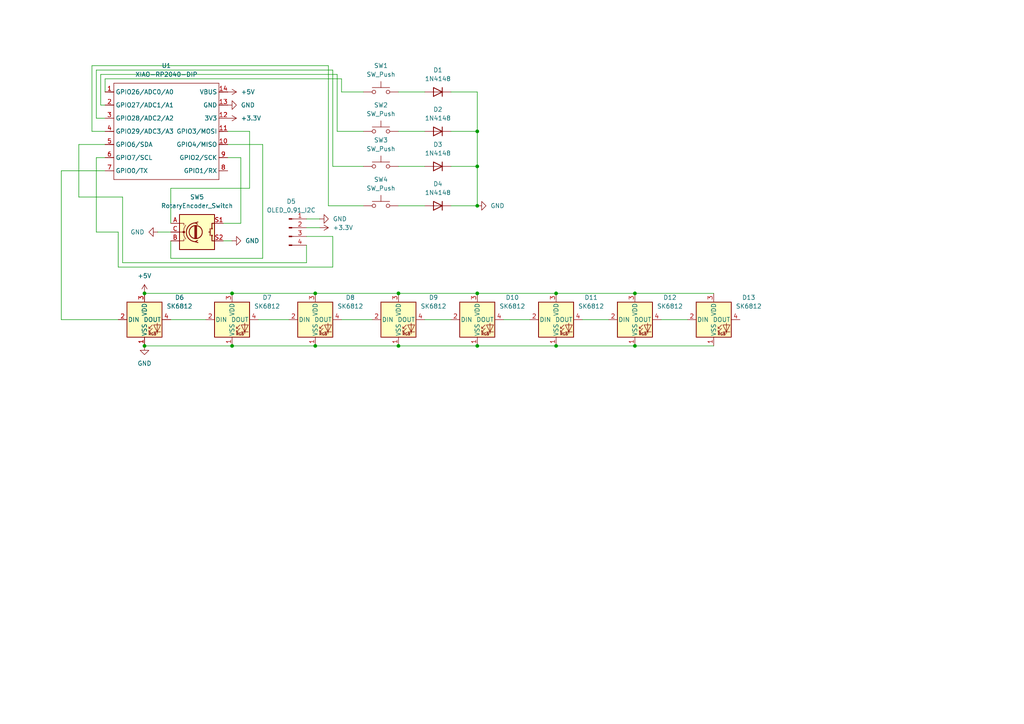
<source format=kicad_sch>
(kicad_sch
	(version 20250114)
	(generator "eeschema")
	(generator_version "9.0")
	(uuid "62e7de3e-83c3-419c-8040-0810814bcc70")
	(paper "A4")
	(lib_symbols
		(symbol "Connector:Conn_01x04_Pin"
			(pin_names
				(offset 1.016)
				(hide yes)
			)
			(exclude_from_sim no)
			(in_bom yes)
			(on_board yes)
			(property "Reference" "D5"
				(at 0.635 7.62 0)
				(effects
					(font
						(size 1.27 1.27)
					)
				)
			)
			(property "Value" "OLED_0.91_I2C"
				(at 0.635 5.08 0)
				(effects
					(font
						(size 1.27 1.27)
					)
				)
			)
			(property "Footprint" "Connector:FanPinHeader_1x04_P2.54mm_Vertical"
				(at 0 0 0)
				(effects
					(font
						(size 1.27 1.27)
					)
					(hide yes)
				)
			)
			(property "Datasheet" "~"
				(at 0 0 0)
				(effects
					(font
						(size 1.27 1.27)
					)
					(hide yes)
				)
			)
			(property "Description" "Generic connector, single row, 01x04, script generated"
				(at 0 0 0)
				(effects
					(font
						(size 1.27 1.27)
					)
					(hide yes)
				)
			)
			(property "ki_locked" ""
				(at 0 0 0)
				(effects
					(font
						(size 1.27 1.27)
					)
				)
			)
			(property "ki_keywords" "connector"
				(at 0 0 0)
				(effects
					(font
						(size 1.27 1.27)
					)
					(hide yes)
				)
			)
			(property "ki_fp_filters" "Connector*:*_1x??_*"
				(at 0 0 0)
				(effects
					(font
						(size 1.27 1.27)
					)
					(hide yes)
				)
			)
			(symbol "Conn_01x04_Pin_1_1"
				(rectangle
					(start 0.8636 2.667)
					(end 0 2.413)
					(stroke
						(width 0.1524)
						(type default)
					)
					(fill
						(type outline)
					)
				)
				(rectangle
					(start 0.8636 0.127)
					(end 0 -0.127)
					(stroke
						(width 0.1524)
						(type default)
					)
					(fill
						(type outline)
					)
				)
				(rectangle
					(start 0.8636 -2.413)
					(end 0 -2.667)
					(stroke
						(width 0.1524)
						(type default)
					)
					(fill
						(type outline)
					)
				)
				(rectangle
					(start 0.8636 -4.953)
					(end 0 -5.207)
					(stroke
						(width 0.1524)
						(type default)
					)
					(fill
						(type outline)
					)
				)
				(polyline
					(pts
						(xy 1.27 2.54) (xy 0.8636 2.54)
					)
					(stroke
						(width 0.1524)
						(type default)
					)
					(fill
						(type none)
					)
				)
				(polyline
					(pts
						(xy 1.27 0) (xy 0.8636 0)
					)
					(stroke
						(width 0.1524)
						(type default)
					)
					(fill
						(type none)
					)
				)
				(polyline
					(pts
						(xy 1.27 -2.54) (xy 0.8636 -2.54)
					)
					(stroke
						(width 0.1524)
						(type default)
					)
					(fill
						(type none)
					)
				)
				(polyline
					(pts
						(xy 1.27 -5.08) (xy 0.8636 -5.08)
					)
					(stroke
						(width 0.1524)
						(type default)
					)
					(fill
						(type none)
					)
				)
				(pin passive line
					(at 5.08 2.54 180)
					(length 3.81)
					(name "GND"
						(effects
							(font
								(size 1.27 1.27)
							)
						)
					)
					(number "1"
						(effects
							(font
								(size 1.27 1.27)
							)
						)
					)
				)
				(pin passive line
					(at 5.08 0 180)
					(length 3.81)
					(name "VCC"
						(effects
							(font
								(size 1.27 1.27)
							)
						)
					)
					(number "2"
						(effects
							(font
								(size 1.27 1.27)
							)
						)
					)
				)
				(pin passive line
					(at 5.08 -2.54 180)
					(length 3.81)
					(name "SCL"
						(effects
							(font
								(size 1.27 1.27)
							)
						)
					)
					(number "3"
						(effects
							(font
								(size 1.27 1.27)
							)
						)
					)
				)
				(pin passive line
					(at 5.08 -5.08 180)
					(length 3.81)
					(name "SDA"
						(effects
							(font
								(size 1.27 1.27)
							)
						)
					)
					(number "4"
						(effects
							(font
								(size 1.27 1.27)
							)
						)
					)
				)
			)
			(embedded_fonts no)
		)
		(symbol "Device:RotaryEncoder_Switch"
			(pin_names
				(offset 0.254)
				(hide yes)
			)
			(exclude_from_sim no)
			(in_bom yes)
			(on_board yes)
			(property "Reference" "SW"
				(at 0 6.604 0)
				(effects
					(font
						(size 1.27 1.27)
					)
				)
			)
			(property "Value" "RotaryEncoder_Switch"
				(at 0 -6.604 0)
				(effects
					(font
						(size 1.27 1.27)
					)
				)
			)
			(property "Footprint" ""
				(at -3.81 4.064 0)
				(effects
					(font
						(size 1.27 1.27)
					)
					(hide yes)
				)
			)
			(property "Datasheet" "~"
				(at 0 6.604 0)
				(effects
					(font
						(size 1.27 1.27)
					)
					(hide yes)
				)
			)
			(property "Description" "Rotary encoder, dual channel, incremental quadrate outputs, with switch"
				(at 0 0 0)
				(effects
					(font
						(size 1.27 1.27)
					)
					(hide yes)
				)
			)
			(property "ki_keywords" "rotary switch encoder switch push button"
				(at 0 0 0)
				(effects
					(font
						(size 1.27 1.27)
					)
					(hide yes)
				)
			)
			(property "ki_fp_filters" "RotaryEncoder*Switch*"
				(at 0 0 0)
				(effects
					(font
						(size 1.27 1.27)
					)
					(hide yes)
				)
			)
			(symbol "RotaryEncoder_Switch_0_1"
				(rectangle
					(start -5.08 5.08)
					(end 5.08 -5.08)
					(stroke
						(width 0.254)
						(type default)
					)
					(fill
						(type background)
					)
				)
				(polyline
					(pts
						(xy -5.08 2.54) (xy -3.81 2.54) (xy -3.81 2.032)
					)
					(stroke
						(width 0)
						(type default)
					)
					(fill
						(type none)
					)
				)
				(polyline
					(pts
						(xy -5.08 0) (xy -3.81 0) (xy -3.81 -1.016) (xy -3.302 -2.032)
					)
					(stroke
						(width 0)
						(type default)
					)
					(fill
						(type none)
					)
				)
				(polyline
					(pts
						(xy -5.08 -2.54) (xy -3.81 -2.54) (xy -3.81 -2.032)
					)
					(stroke
						(width 0)
						(type default)
					)
					(fill
						(type none)
					)
				)
				(polyline
					(pts
						(xy -4.318 0) (xy -3.81 0) (xy -3.81 1.016) (xy -3.302 2.032)
					)
					(stroke
						(width 0)
						(type default)
					)
					(fill
						(type none)
					)
				)
				(circle
					(center -3.81 0)
					(radius 0.254)
					(stroke
						(width 0)
						(type default)
					)
					(fill
						(type outline)
					)
				)
				(polyline
					(pts
						(xy -0.635 -1.778) (xy -0.635 1.778)
					)
					(stroke
						(width 0.254)
						(type default)
					)
					(fill
						(type none)
					)
				)
				(circle
					(center -0.381 0)
					(radius 1.905)
					(stroke
						(width 0.254)
						(type default)
					)
					(fill
						(type none)
					)
				)
				(polyline
					(pts
						(xy -0.381 -1.778) (xy -0.381 1.778)
					)
					(stroke
						(width 0.254)
						(type default)
					)
					(fill
						(type none)
					)
				)
				(arc
					(start -0.381 -2.794)
					(mid -3.0988 -0.0635)
					(end -0.381 2.667)
					(stroke
						(width 0.254)
						(type default)
					)
					(fill
						(type none)
					)
				)
				(polyline
					(pts
						(xy -0.127 1.778) (xy -0.127 -1.778)
					)
					(stroke
						(width 0.254)
						(type default)
					)
					(fill
						(type none)
					)
				)
				(polyline
					(pts
						(xy 0.254 2.921) (xy -0.508 2.667) (xy 0.127 2.286)
					)
					(stroke
						(width 0.254)
						(type default)
					)
					(fill
						(type none)
					)
				)
				(polyline
					(pts
						(xy 0.254 -3.048) (xy -0.508 -2.794) (xy 0.127 -2.413)
					)
					(stroke
						(width 0.254)
						(type default)
					)
					(fill
						(type none)
					)
				)
				(polyline
					(pts
						(xy 3.81 1.016) (xy 3.81 -1.016)
					)
					(stroke
						(width 0.254)
						(type default)
					)
					(fill
						(type none)
					)
				)
				(polyline
					(pts
						(xy 3.81 0) (xy 3.429 0)
					)
					(stroke
						(width 0.254)
						(type default)
					)
					(fill
						(type none)
					)
				)
				(circle
					(center 4.318 1.016)
					(radius 0.127)
					(stroke
						(width 0.254)
						(type default)
					)
					(fill
						(type none)
					)
				)
				(circle
					(center 4.318 -1.016)
					(radius 0.127)
					(stroke
						(width 0.254)
						(type default)
					)
					(fill
						(type none)
					)
				)
				(polyline
					(pts
						(xy 5.08 2.54) (xy 4.318 2.54) (xy 4.318 1.016)
					)
					(stroke
						(width 0.254)
						(type default)
					)
					(fill
						(type none)
					)
				)
				(polyline
					(pts
						(xy 5.08 -2.54) (xy 4.318 -2.54) (xy 4.318 -1.016)
					)
					(stroke
						(width 0.254)
						(type default)
					)
					(fill
						(type none)
					)
				)
			)
			(symbol "RotaryEncoder_Switch_1_1"
				(pin passive line
					(at -7.62 2.54 0)
					(length 2.54)
					(name "A"
						(effects
							(font
								(size 1.27 1.27)
							)
						)
					)
					(number "A"
						(effects
							(font
								(size 1.27 1.27)
							)
						)
					)
				)
				(pin passive line
					(at -7.62 0 0)
					(length 2.54)
					(name "C"
						(effects
							(font
								(size 1.27 1.27)
							)
						)
					)
					(number "C"
						(effects
							(font
								(size 1.27 1.27)
							)
						)
					)
				)
				(pin passive line
					(at -7.62 -2.54 0)
					(length 2.54)
					(name "B"
						(effects
							(font
								(size 1.27 1.27)
							)
						)
					)
					(number "B"
						(effects
							(font
								(size 1.27 1.27)
							)
						)
					)
				)
				(pin passive line
					(at 7.62 2.54 180)
					(length 2.54)
					(name "S1"
						(effects
							(font
								(size 1.27 1.27)
							)
						)
					)
					(number "S1"
						(effects
							(font
								(size 1.27 1.27)
							)
						)
					)
				)
				(pin passive line
					(at 7.62 -2.54 180)
					(length 2.54)
					(name "S2"
						(effects
							(font
								(size 1.27 1.27)
							)
						)
					)
					(number "S2"
						(effects
							(font
								(size 1.27 1.27)
							)
						)
					)
				)
			)
			(embedded_fonts no)
		)
		(symbol "Diode:1N4148"
			(pin_numbers
				(hide yes)
			)
			(pin_names
				(hide yes)
			)
			(exclude_from_sim no)
			(in_bom yes)
			(on_board yes)
			(property "Reference" "D"
				(at 0 2.54 0)
				(effects
					(font
						(size 1.27 1.27)
					)
				)
			)
			(property "Value" "1N4148"
				(at 0 -2.54 0)
				(effects
					(font
						(size 1.27 1.27)
					)
				)
			)
			(property "Footprint" "Diode_THT:D_DO-35_SOD27_P7.62mm_Horizontal"
				(at 0 0 0)
				(effects
					(font
						(size 1.27 1.27)
					)
					(hide yes)
				)
			)
			(property "Datasheet" "https://assets.nexperia.com/documents/data-sheet/1N4148_1N4448.pdf"
				(at 0 0 0)
				(effects
					(font
						(size 1.27 1.27)
					)
					(hide yes)
				)
			)
			(property "Description" "100V 0.15A standard switching diode, DO-35"
				(at 0 0 0)
				(effects
					(font
						(size 1.27 1.27)
					)
					(hide yes)
				)
			)
			(property "Sim.Device" "D"
				(at 0 0 0)
				(effects
					(font
						(size 1.27 1.27)
					)
					(hide yes)
				)
			)
			(property "Sim.Pins" "1=K 2=A"
				(at 0 0 0)
				(effects
					(font
						(size 1.27 1.27)
					)
					(hide yes)
				)
			)
			(property "ki_keywords" "diode"
				(at 0 0 0)
				(effects
					(font
						(size 1.27 1.27)
					)
					(hide yes)
				)
			)
			(property "ki_fp_filters" "D*DO?35*"
				(at 0 0 0)
				(effects
					(font
						(size 1.27 1.27)
					)
					(hide yes)
				)
			)
			(symbol "1N4148_0_1"
				(polyline
					(pts
						(xy -1.27 1.27) (xy -1.27 -1.27)
					)
					(stroke
						(width 0.254)
						(type default)
					)
					(fill
						(type none)
					)
				)
				(polyline
					(pts
						(xy 1.27 1.27) (xy 1.27 -1.27) (xy -1.27 0) (xy 1.27 1.27)
					)
					(stroke
						(width 0.254)
						(type default)
					)
					(fill
						(type none)
					)
				)
				(polyline
					(pts
						(xy 1.27 0) (xy -1.27 0)
					)
					(stroke
						(width 0)
						(type default)
					)
					(fill
						(type none)
					)
				)
			)
			(symbol "1N4148_1_1"
				(pin passive line
					(at -3.81 0 0)
					(length 2.54)
					(name "K"
						(effects
							(font
								(size 1.27 1.27)
							)
						)
					)
					(number "1"
						(effects
							(font
								(size 1.27 1.27)
							)
						)
					)
				)
				(pin passive line
					(at 3.81 0 180)
					(length 2.54)
					(name "A"
						(effects
							(font
								(size 1.27 1.27)
							)
						)
					)
					(number "2"
						(effects
							(font
								(size 1.27 1.27)
							)
						)
					)
				)
			)
			(embedded_fonts no)
		)
		(symbol "LED:SK6812"
			(pin_names
				(offset 0.254)
			)
			(exclude_from_sim no)
			(in_bom yes)
			(on_board yes)
			(property "Reference" "D"
				(at 5.08 5.715 0)
				(effects
					(font
						(size 1.27 1.27)
					)
					(justify right bottom)
				)
			)
			(property "Value" "SK6812"
				(at 1.27 -5.715 0)
				(effects
					(font
						(size 1.27 1.27)
					)
					(justify left top)
				)
			)
			(property "Footprint" "LED_SMD:LED_SK6812_PLCC4_5.0x5.0mm_P3.2mm"
				(at 1.27 -7.62 0)
				(effects
					(font
						(size 1.27 1.27)
					)
					(justify left top)
					(hide yes)
				)
			)
			(property "Datasheet" "https://cdn-shop.adafruit.com/product-files/1138/SK6812+LED+datasheet+.pdf"
				(at 2.54 -9.525 0)
				(effects
					(font
						(size 1.27 1.27)
					)
					(justify left top)
					(hide yes)
				)
			)
			(property "Description" "RGB LED with integrated controller"
				(at 0 0 0)
				(effects
					(font
						(size 1.27 1.27)
					)
					(hide yes)
				)
			)
			(property "ki_keywords" "RGB LED NeoPixel addressable"
				(at 0 0 0)
				(effects
					(font
						(size 1.27 1.27)
					)
					(hide yes)
				)
			)
			(property "ki_fp_filters" "LED*SK6812*PLCC*5.0x5.0mm*P3.2mm*"
				(at 0 0 0)
				(effects
					(font
						(size 1.27 1.27)
					)
					(hide yes)
				)
			)
			(symbol "SK6812_0_0"
				(text "RGB"
					(at 2.286 -4.191 0)
					(effects
						(font
							(size 0.762 0.762)
						)
					)
				)
			)
			(symbol "SK6812_0_1"
				(polyline
					(pts
						(xy 1.27 -2.54) (xy 1.778 -2.54)
					)
					(stroke
						(width 0)
						(type default)
					)
					(fill
						(type none)
					)
				)
				(polyline
					(pts
						(xy 1.27 -3.556) (xy 1.778 -3.556)
					)
					(stroke
						(width 0)
						(type default)
					)
					(fill
						(type none)
					)
				)
				(polyline
					(pts
						(xy 2.286 -1.524) (xy 1.27 -2.54) (xy 1.27 -2.032)
					)
					(stroke
						(width 0)
						(type default)
					)
					(fill
						(type none)
					)
				)
				(polyline
					(pts
						(xy 2.286 -2.54) (xy 1.27 -3.556) (xy 1.27 -3.048)
					)
					(stroke
						(width 0)
						(type default)
					)
					(fill
						(type none)
					)
				)
				(polyline
					(pts
						(xy 3.683 -1.016) (xy 3.683 -3.556) (xy 3.683 -4.064)
					)
					(stroke
						(width 0)
						(type default)
					)
					(fill
						(type none)
					)
				)
				(polyline
					(pts
						(xy 4.699 -1.524) (xy 2.667 -1.524) (xy 3.683 -3.556) (xy 4.699 -1.524)
					)
					(stroke
						(width 0)
						(type default)
					)
					(fill
						(type none)
					)
				)
				(polyline
					(pts
						(xy 4.699 -3.556) (xy 2.667 -3.556)
					)
					(stroke
						(width 0)
						(type default)
					)
					(fill
						(type none)
					)
				)
				(rectangle
					(start 5.08 5.08)
					(end -5.08 -5.08)
					(stroke
						(width 0.254)
						(type default)
					)
					(fill
						(type background)
					)
				)
			)
			(symbol "SK6812_1_1"
				(pin input line
					(at -7.62 0 0)
					(length 2.54)
					(name "DIN"
						(effects
							(font
								(size 1.27 1.27)
							)
						)
					)
					(number "2"
						(effects
							(font
								(size 1.27 1.27)
							)
						)
					)
				)
				(pin power_in line
					(at 0 7.62 270)
					(length 2.54)
					(name "VDD"
						(effects
							(font
								(size 1.27 1.27)
							)
						)
					)
					(number "3"
						(effects
							(font
								(size 1.27 1.27)
							)
						)
					)
				)
				(pin power_in line
					(at 0 -7.62 90)
					(length 2.54)
					(name "VSS"
						(effects
							(font
								(size 1.27 1.27)
							)
						)
					)
					(number "1"
						(effects
							(font
								(size 1.27 1.27)
							)
						)
					)
				)
				(pin output line
					(at 7.62 0 180)
					(length 2.54)
					(name "DOUT"
						(effects
							(font
								(size 1.27 1.27)
							)
						)
					)
					(number "4"
						(effects
							(font
								(size 1.27 1.27)
							)
						)
					)
				)
			)
			(embedded_fonts no)
		)
		(symbol "Seeed_Studio_XIAO_Series:XIAO-RP2040-DIP"
			(exclude_from_sim no)
			(in_bom yes)
			(on_board yes)
			(property "Reference" "U"
				(at 0 0 0)
				(effects
					(font
						(size 1.27 1.27)
					)
				)
			)
			(property "Value" "XIAO-RP2040-DIP"
				(at 5.334 -1.778 0)
				(effects
					(font
						(size 1.27 1.27)
					)
				)
			)
			(property "Footprint" "Module:MOUDLE14P-XIAO-DIP-SMD"
				(at 14.478 -32.258 0)
				(effects
					(font
						(size 1.27 1.27)
					)
					(hide yes)
				)
			)
			(property "Datasheet" ""
				(at 0 0 0)
				(effects
					(font
						(size 1.27 1.27)
					)
					(hide yes)
				)
			)
			(property "Description" ""
				(at 0 0 0)
				(effects
					(font
						(size 1.27 1.27)
					)
					(hide yes)
				)
			)
			(symbol "XIAO-RP2040-DIP_1_0"
				(polyline
					(pts
						(xy -1.27 -2.54) (xy 29.21 -2.54)
					)
					(stroke
						(width 0.1524)
						(type solid)
					)
					(fill
						(type none)
					)
				)
				(polyline
					(pts
						(xy -1.27 -5.08) (xy -2.54 -5.08)
					)
					(stroke
						(width 0.1524)
						(type solid)
					)
					(fill
						(type none)
					)
				)
				(polyline
					(pts
						(xy -1.27 -5.08) (xy -1.27 -2.54)
					)
					(stroke
						(width 0.1524)
						(type solid)
					)
					(fill
						(type none)
					)
				)
				(polyline
					(pts
						(xy -1.27 -8.89) (xy -2.54 -8.89)
					)
					(stroke
						(width 0.1524)
						(type solid)
					)
					(fill
						(type none)
					)
				)
				(polyline
					(pts
						(xy -1.27 -8.89) (xy -1.27 -5.08)
					)
					(stroke
						(width 0.1524)
						(type solid)
					)
					(fill
						(type none)
					)
				)
				(polyline
					(pts
						(xy -1.27 -12.7) (xy -2.54 -12.7)
					)
					(stroke
						(width 0.1524)
						(type solid)
					)
					(fill
						(type none)
					)
				)
				(polyline
					(pts
						(xy -1.27 -12.7) (xy -1.27 -8.89)
					)
					(stroke
						(width 0.1524)
						(type solid)
					)
					(fill
						(type none)
					)
				)
				(polyline
					(pts
						(xy -1.27 -16.51) (xy -2.54 -16.51)
					)
					(stroke
						(width 0.1524)
						(type solid)
					)
					(fill
						(type none)
					)
				)
				(polyline
					(pts
						(xy -1.27 -16.51) (xy -1.27 -12.7)
					)
					(stroke
						(width 0.1524)
						(type solid)
					)
					(fill
						(type none)
					)
				)
				(polyline
					(pts
						(xy -1.27 -20.32) (xy -2.54 -20.32)
					)
					(stroke
						(width 0.1524)
						(type solid)
					)
					(fill
						(type none)
					)
				)
				(polyline
					(pts
						(xy -1.27 -24.13) (xy -2.54 -24.13)
					)
					(stroke
						(width 0.1524)
						(type solid)
					)
					(fill
						(type none)
					)
				)
				(polyline
					(pts
						(xy -1.27 -27.94) (xy -2.54 -27.94)
					)
					(stroke
						(width 0.1524)
						(type solid)
					)
					(fill
						(type none)
					)
				)
				(polyline
					(pts
						(xy -1.27 -30.48) (xy -1.27 -16.51)
					)
					(stroke
						(width 0.1524)
						(type solid)
					)
					(fill
						(type none)
					)
				)
				(polyline
					(pts
						(xy 29.21 -2.54) (xy 29.21 -5.08)
					)
					(stroke
						(width 0.1524)
						(type solid)
					)
					(fill
						(type none)
					)
				)
				(polyline
					(pts
						(xy 29.21 -5.08) (xy 29.21 -8.89)
					)
					(stroke
						(width 0.1524)
						(type solid)
					)
					(fill
						(type none)
					)
				)
				(polyline
					(pts
						(xy 29.21 -8.89) (xy 29.21 -12.7)
					)
					(stroke
						(width 0.1524)
						(type solid)
					)
					(fill
						(type none)
					)
				)
				(polyline
					(pts
						(xy 29.21 -12.7) (xy 29.21 -30.48)
					)
					(stroke
						(width 0.1524)
						(type solid)
					)
					(fill
						(type none)
					)
				)
				(polyline
					(pts
						(xy 29.21 -30.48) (xy -1.27 -30.48)
					)
					(stroke
						(width 0.1524)
						(type solid)
					)
					(fill
						(type none)
					)
				)
				(polyline
					(pts
						(xy 30.48 -5.08) (xy 29.21 -5.08)
					)
					(stroke
						(width 0.1524)
						(type solid)
					)
					(fill
						(type none)
					)
				)
				(polyline
					(pts
						(xy 30.48 -8.89) (xy 29.21 -8.89)
					)
					(stroke
						(width 0.1524)
						(type solid)
					)
					(fill
						(type none)
					)
				)
				(polyline
					(pts
						(xy 30.48 -12.7) (xy 29.21 -12.7)
					)
					(stroke
						(width 0.1524)
						(type solid)
					)
					(fill
						(type none)
					)
				)
				(polyline
					(pts
						(xy 30.48 -16.51) (xy 29.21 -16.51)
					)
					(stroke
						(width 0.1524)
						(type solid)
					)
					(fill
						(type none)
					)
				)
				(polyline
					(pts
						(xy 30.48 -20.32) (xy 29.21 -20.32)
					)
					(stroke
						(width 0.1524)
						(type solid)
					)
					(fill
						(type none)
					)
				)
				(polyline
					(pts
						(xy 30.48 -24.13) (xy 29.21 -24.13)
					)
					(stroke
						(width 0.1524)
						(type solid)
					)
					(fill
						(type none)
					)
				)
				(polyline
					(pts
						(xy 30.48 -27.94) (xy 29.21 -27.94)
					)
					(stroke
						(width 0.1524)
						(type solid)
					)
					(fill
						(type none)
					)
				)
				(pin passive line
					(at -3.81 -5.08 0)
					(length 2.54)
					(name "GPIO26/ADC0/A0"
						(effects
							(font
								(size 1.27 1.27)
							)
						)
					)
					(number "1"
						(effects
							(font
								(size 1.27 1.27)
							)
						)
					)
				)
				(pin passive line
					(at -3.81 -8.89 0)
					(length 2.54)
					(name "GPIO27/ADC1/A1"
						(effects
							(font
								(size 1.27 1.27)
							)
						)
					)
					(number "2"
						(effects
							(font
								(size 1.27 1.27)
							)
						)
					)
				)
				(pin passive line
					(at -3.81 -12.7 0)
					(length 2.54)
					(name "GPIO28/ADC2/A2"
						(effects
							(font
								(size 1.27 1.27)
							)
						)
					)
					(number "3"
						(effects
							(font
								(size 1.27 1.27)
							)
						)
					)
				)
				(pin passive line
					(at -3.81 -16.51 0)
					(length 2.54)
					(name "GPIO29/ADC3/A3"
						(effects
							(font
								(size 1.27 1.27)
							)
						)
					)
					(number "4"
						(effects
							(font
								(size 1.27 1.27)
							)
						)
					)
				)
				(pin passive line
					(at -3.81 -20.32 0)
					(length 2.54)
					(name "GPIO6/SDA"
						(effects
							(font
								(size 1.27 1.27)
							)
						)
					)
					(number "5"
						(effects
							(font
								(size 1.27 1.27)
							)
						)
					)
				)
				(pin passive line
					(at -3.81 -24.13 0)
					(length 2.54)
					(name "GPIO7/SCL"
						(effects
							(font
								(size 1.27 1.27)
							)
						)
					)
					(number "6"
						(effects
							(font
								(size 1.27 1.27)
							)
						)
					)
				)
				(pin passive line
					(at -3.81 -27.94 0)
					(length 2.54)
					(name "GPIO0/TX"
						(effects
							(font
								(size 1.27 1.27)
							)
						)
					)
					(number "7"
						(effects
							(font
								(size 1.27 1.27)
							)
						)
					)
				)
				(pin passive line
					(at 31.75 -5.08 180)
					(length 2.54)
					(name "VBUS"
						(effects
							(font
								(size 1.27 1.27)
							)
						)
					)
					(number "14"
						(effects
							(font
								(size 1.27 1.27)
							)
						)
					)
				)
				(pin passive line
					(at 31.75 -8.89 180)
					(length 2.54)
					(name "GND"
						(effects
							(font
								(size 1.27 1.27)
							)
						)
					)
					(number "13"
						(effects
							(font
								(size 1.27 1.27)
							)
						)
					)
				)
				(pin passive line
					(at 31.75 -12.7 180)
					(length 2.54)
					(name "3V3"
						(effects
							(font
								(size 1.27 1.27)
							)
						)
					)
					(number "12"
						(effects
							(font
								(size 1.27 1.27)
							)
						)
					)
				)
				(pin passive line
					(at 31.75 -16.51 180)
					(length 2.54)
					(name "GPIO3/MOSI"
						(effects
							(font
								(size 1.27 1.27)
							)
						)
					)
					(number "11"
						(effects
							(font
								(size 1.27 1.27)
							)
						)
					)
				)
				(pin passive line
					(at 31.75 -20.32 180)
					(length 2.54)
					(name "GPIO4/MISO"
						(effects
							(font
								(size 1.27 1.27)
							)
						)
					)
					(number "10"
						(effects
							(font
								(size 1.27 1.27)
							)
						)
					)
				)
				(pin passive line
					(at 31.75 -24.13 180)
					(length 2.54)
					(name "GPIO2/SCK"
						(effects
							(font
								(size 1.27 1.27)
							)
						)
					)
					(number "9"
						(effects
							(font
								(size 1.27 1.27)
							)
						)
					)
				)
				(pin passive line
					(at 31.75 -27.94 180)
					(length 2.54)
					(name "GPIO1/RX"
						(effects
							(font
								(size 1.27 1.27)
							)
						)
					)
					(number "8"
						(effects
							(font
								(size 1.27 1.27)
							)
						)
					)
				)
			)
			(embedded_fonts no)
		)
		(symbol "Switch:SW_Push"
			(pin_numbers
				(hide yes)
			)
			(pin_names
				(offset 1.016)
				(hide yes)
			)
			(exclude_from_sim no)
			(in_bom yes)
			(on_board yes)
			(property "Reference" "SW"
				(at 1.27 2.54 0)
				(effects
					(font
						(size 1.27 1.27)
					)
					(justify left)
				)
			)
			(property "Value" "SW_Push"
				(at 0 -1.524 0)
				(effects
					(font
						(size 1.27 1.27)
					)
				)
			)
			(property "Footprint" ""
				(at 0 5.08 0)
				(effects
					(font
						(size 1.27 1.27)
					)
					(hide yes)
				)
			)
			(property "Datasheet" "~"
				(at 0 5.08 0)
				(effects
					(font
						(size 1.27 1.27)
					)
					(hide yes)
				)
			)
			(property "Description" "Push button switch, generic, two pins"
				(at 0 0 0)
				(effects
					(font
						(size 1.27 1.27)
					)
					(hide yes)
				)
			)
			(property "ki_keywords" "switch normally-open pushbutton push-button"
				(at 0 0 0)
				(effects
					(font
						(size 1.27 1.27)
					)
					(hide yes)
				)
			)
			(symbol "SW_Push_0_1"
				(circle
					(center -2.032 0)
					(radius 0.508)
					(stroke
						(width 0)
						(type default)
					)
					(fill
						(type none)
					)
				)
				(polyline
					(pts
						(xy 0 1.27) (xy 0 3.048)
					)
					(stroke
						(width 0)
						(type default)
					)
					(fill
						(type none)
					)
				)
				(circle
					(center 2.032 0)
					(radius 0.508)
					(stroke
						(width 0)
						(type default)
					)
					(fill
						(type none)
					)
				)
				(polyline
					(pts
						(xy 2.54 1.27) (xy -2.54 1.27)
					)
					(stroke
						(width 0)
						(type default)
					)
					(fill
						(type none)
					)
				)
				(pin passive line
					(at -5.08 0 0)
					(length 2.54)
					(name "1"
						(effects
							(font
								(size 1.27 1.27)
							)
						)
					)
					(number "1"
						(effects
							(font
								(size 1.27 1.27)
							)
						)
					)
				)
				(pin passive line
					(at 5.08 0 180)
					(length 2.54)
					(name "2"
						(effects
							(font
								(size 1.27 1.27)
							)
						)
					)
					(number "2"
						(effects
							(font
								(size 1.27 1.27)
							)
						)
					)
				)
			)
			(embedded_fonts no)
		)
		(symbol "power:+3.3V"
			(power)
			(pin_numbers
				(hide yes)
			)
			(pin_names
				(offset 0)
				(hide yes)
			)
			(exclude_from_sim no)
			(in_bom yes)
			(on_board yes)
			(property "Reference" "#PWR"
				(at 0 -3.81 0)
				(effects
					(font
						(size 1.27 1.27)
					)
					(hide yes)
				)
			)
			(property "Value" "+3.3V"
				(at 0 3.556 0)
				(effects
					(font
						(size 1.27 1.27)
					)
				)
			)
			(property "Footprint" ""
				(at 0 0 0)
				(effects
					(font
						(size 1.27 1.27)
					)
					(hide yes)
				)
			)
			(property "Datasheet" ""
				(at 0 0 0)
				(effects
					(font
						(size 1.27 1.27)
					)
					(hide yes)
				)
			)
			(property "Description" "Power symbol creates a global label with name \"+3.3V\""
				(at 0 0 0)
				(effects
					(font
						(size 1.27 1.27)
					)
					(hide yes)
				)
			)
			(property "ki_keywords" "global power"
				(at 0 0 0)
				(effects
					(font
						(size 1.27 1.27)
					)
					(hide yes)
				)
			)
			(symbol "+3.3V_0_1"
				(polyline
					(pts
						(xy -0.762 1.27) (xy 0 2.54)
					)
					(stroke
						(width 0)
						(type default)
					)
					(fill
						(type none)
					)
				)
				(polyline
					(pts
						(xy 0 2.54) (xy 0.762 1.27)
					)
					(stroke
						(width 0)
						(type default)
					)
					(fill
						(type none)
					)
				)
				(polyline
					(pts
						(xy 0 0) (xy 0 2.54)
					)
					(stroke
						(width 0)
						(type default)
					)
					(fill
						(type none)
					)
				)
			)
			(symbol "+3.3V_1_1"
				(pin power_in line
					(at 0 0 90)
					(length 0)
					(name "~"
						(effects
							(font
								(size 1.27 1.27)
							)
						)
					)
					(number "1"
						(effects
							(font
								(size 1.27 1.27)
							)
						)
					)
				)
			)
			(embedded_fonts no)
		)
		(symbol "power:+5V"
			(power)
			(pin_numbers
				(hide yes)
			)
			(pin_names
				(offset 0)
				(hide yes)
			)
			(exclude_from_sim no)
			(in_bom yes)
			(on_board yes)
			(property "Reference" "#PWR"
				(at 0 -3.81 0)
				(effects
					(font
						(size 1.27 1.27)
					)
					(hide yes)
				)
			)
			(property "Value" "+5V"
				(at 0 3.556 0)
				(effects
					(font
						(size 1.27 1.27)
					)
				)
			)
			(property "Footprint" ""
				(at 0 0 0)
				(effects
					(font
						(size 1.27 1.27)
					)
					(hide yes)
				)
			)
			(property "Datasheet" ""
				(at 0 0 0)
				(effects
					(font
						(size 1.27 1.27)
					)
					(hide yes)
				)
			)
			(property "Description" "Power symbol creates a global label with name \"+5V\""
				(at 0 0 0)
				(effects
					(font
						(size 1.27 1.27)
					)
					(hide yes)
				)
			)
			(property "ki_keywords" "global power"
				(at 0 0 0)
				(effects
					(font
						(size 1.27 1.27)
					)
					(hide yes)
				)
			)
			(symbol "+5V_0_1"
				(polyline
					(pts
						(xy -0.762 1.27) (xy 0 2.54)
					)
					(stroke
						(width 0)
						(type default)
					)
					(fill
						(type none)
					)
				)
				(polyline
					(pts
						(xy 0 2.54) (xy 0.762 1.27)
					)
					(stroke
						(width 0)
						(type default)
					)
					(fill
						(type none)
					)
				)
				(polyline
					(pts
						(xy 0 0) (xy 0 2.54)
					)
					(stroke
						(width 0)
						(type default)
					)
					(fill
						(type none)
					)
				)
			)
			(symbol "+5V_1_1"
				(pin power_in line
					(at 0 0 90)
					(length 0)
					(name "~"
						(effects
							(font
								(size 1.27 1.27)
							)
						)
					)
					(number "1"
						(effects
							(font
								(size 1.27 1.27)
							)
						)
					)
				)
			)
			(embedded_fonts no)
		)
		(symbol "power:GND"
			(power)
			(pin_numbers
				(hide yes)
			)
			(pin_names
				(offset 0)
				(hide yes)
			)
			(exclude_from_sim no)
			(in_bom yes)
			(on_board yes)
			(property "Reference" "#PWR"
				(at 0 -6.35 0)
				(effects
					(font
						(size 1.27 1.27)
					)
					(hide yes)
				)
			)
			(property "Value" "GND"
				(at 0 -3.81 0)
				(effects
					(font
						(size 1.27 1.27)
					)
				)
			)
			(property "Footprint" ""
				(at 0 0 0)
				(effects
					(font
						(size 1.27 1.27)
					)
					(hide yes)
				)
			)
			(property "Datasheet" ""
				(at 0 0 0)
				(effects
					(font
						(size 1.27 1.27)
					)
					(hide yes)
				)
			)
			(property "Description" "Power symbol creates a global label with name \"GND\" , ground"
				(at 0 0 0)
				(effects
					(font
						(size 1.27 1.27)
					)
					(hide yes)
				)
			)
			(property "ki_keywords" "global power"
				(at 0 0 0)
				(effects
					(font
						(size 1.27 1.27)
					)
					(hide yes)
				)
			)
			(symbol "GND_0_1"
				(polyline
					(pts
						(xy 0 0) (xy 0 -1.27) (xy 1.27 -1.27) (xy 0 -2.54) (xy -1.27 -1.27) (xy 0 -1.27)
					)
					(stroke
						(width 0)
						(type default)
					)
					(fill
						(type none)
					)
				)
			)
			(symbol "GND_1_1"
				(pin power_in line
					(at 0 0 270)
					(length 0)
					(name "~"
						(effects
							(font
								(size 1.27 1.27)
							)
						)
					)
					(number "1"
						(effects
							(font
								(size 1.27 1.27)
							)
						)
					)
				)
			)
			(embedded_fonts no)
		)
	)
	(junction
		(at 138.43 48.26)
		(diameter 0)
		(color 0 0 0 0)
		(uuid "14049ed3-1919-438a-8e6c-b2042892a754")
	)
	(junction
		(at 115.57 85.09)
		(diameter 0)
		(color 0 0 0 0)
		(uuid "146d02e2-dd6c-40d7-a9a1-0898888d15ea")
	)
	(junction
		(at 138.43 100.33)
		(diameter 0)
		(color 0 0 0 0)
		(uuid "2610b0da-f82a-44fb-8067-6ddbe9394276")
	)
	(junction
		(at 41.91 100.33)
		(diameter 0)
		(color 0 0 0 0)
		(uuid "340c51af-86a9-487c-8105-2ca987bf9faa")
	)
	(junction
		(at 91.44 100.33)
		(diameter 0)
		(color 0 0 0 0)
		(uuid "38369485-8154-4e52-97c3-3c36eaa5a841")
	)
	(junction
		(at 138.43 59.69)
		(diameter 0)
		(color 0 0 0 0)
		(uuid "4060382d-24f3-4189-9709-4375c821e297")
	)
	(junction
		(at 67.31 85.09)
		(diameter 0)
		(color 0 0 0 0)
		(uuid "4f3e9c14-8db7-43e2-800e-d9b3483a02b1")
	)
	(junction
		(at 91.44 85.09)
		(diameter 0)
		(color 0 0 0 0)
		(uuid "6ebded96-12fa-4939-b3c5-af676d87ddd5")
	)
	(junction
		(at 67.31 100.33)
		(diameter 0)
		(color 0 0 0 0)
		(uuid "79334ad8-dfe0-4e98-81e0-40e93e4edd09")
	)
	(junction
		(at 184.15 85.09)
		(diameter 0)
		(color 0 0 0 0)
		(uuid "7f3ce839-0d74-4b67-b8d2-b9e44bfdb159")
	)
	(junction
		(at 138.43 38.1)
		(diameter 0)
		(color 0 0 0 0)
		(uuid "82929180-8e41-48dc-bccc-0e1243fa806c")
	)
	(junction
		(at 115.57 100.33)
		(diameter 0)
		(color 0 0 0 0)
		(uuid "887a2238-cb7d-4186-9e96-817a6fddbe2d")
	)
	(junction
		(at 41.91 85.09)
		(diameter 0)
		(color 0 0 0 0)
		(uuid "924300b5-6717-4494-a73d-6cfb38dbbd73")
	)
	(junction
		(at 138.43 85.09)
		(diameter 0)
		(color 0 0 0 0)
		(uuid "94f91307-596b-4215-8a5a-6872d3187d92")
	)
	(junction
		(at 184.15 100.33)
		(diameter 0)
		(color 0 0 0 0)
		(uuid "b2d6169f-0132-4a67-a0b8-2d856bc4b9ca")
	)
	(junction
		(at 161.29 100.33)
		(diameter 0)
		(color 0 0 0 0)
		(uuid "c0d9782f-c17a-4026-b7db-bfaac940a2c4")
	)
	(junction
		(at 161.29 85.09)
		(diameter 0)
		(color 0 0 0 0)
		(uuid "e840590a-ae79-441d-b96f-74702790d8c2")
	)
	(wire
		(pts
			(xy 96.52 48.26) (xy 105.41 48.26)
		)
		(stroke
			(width 0)
			(type default)
		)
		(uuid "05153d88-4e02-443a-9d08-32d560597fe0")
	)
	(wire
		(pts
			(xy 97.79 21.59) (xy 97.79 38.1)
		)
		(stroke
			(width 0)
			(type default)
		)
		(uuid "0b54d232-e4e2-4d28-a63b-8f1bbf1adf0b")
	)
	(wire
		(pts
			(xy 161.29 85.09) (xy 184.15 85.09)
		)
		(stroke
			(width 0)
			(type default)
		)
		(uuid "11b1b5cc-5955-4436-81e5-d160b9218551")
	)
	(wire
		(pts
			(xy 96.52 20.32) (xy 96.52 48.26)
		)
		(stroke
			(width 0)
			(type default)
		)
		(uuid "16d9b79f-4a0b-4b22-a37f-d4975109e536")
	)
	(wire
		(pts
			(xy 95.25 59.69) (xy 105.41 59.69)
		)
		(stroke
			(width 0)
			(type default)
		)
		(uuid "17763b92-b1c4-45fb-af84-0d3ada1d1ddb")
	)
	(wire
		(pts
			(xy 88.9 68.58) (xy 96.52 68.58)
		)
		(stroke
			(width 0)
			(type default)
		)
		(uuid "1964068c-8737-4cca-b988-fcff6bde5d59")
	)
	(wire
		(pts
			(xy 30.48 22.86) (xy 99.06 22.86)
		)
		(stroke
			(width 0)
			(type default)
		)
		(uuid "1ad6d337-bae3-4736-b61b-38f7bec38f67")
	)
	(wire
		(pts
			(xy 138.43 48.26) (xy 138.43 59.69)
		)
		(stroke
			(width 0)
			(type default)
		)
		(uuid "1b308653-6056-451b-bc3a-bd0687fb27ae")
	)
	(wire
		(pts
			(xy 99.06 22.86) (xy 99.06 26.67)
		)
		(stroke
			(width 0)
			(type default)
		)
		(uuid "1e6377aa-de64-45c2-b0b4-e002d24e0c0e")
	)
	(wire
		(pts
			(xy 115.57 26.67) (xy 123.19 26.67)
		)
		(stroke
			(width 0)
			(type default)
		)
		(uuid "26f7499a-ad28-4fbf-b0ff-93d3c777f3c2")
	)
	(wire
		(pts
			(xy 41.91 100.33) (xy 67.31 100.33)
		)
		(stroke
			(width 0)
			(type default)
		)
		(uuid "2b977b5d-1235-4e66-9f10-1d885b6971fc")
	)
	(wire
		(pts
			(xy 49.53 69.85) (xy 49.53 74.93)
		)
		(stroke
			(width 0)
			(type default)
		)
		(uuid "388f3834-7c30-4f03-8b32-20a45263bb4e")
	)
	(wire
		(pts
			(xy 115.57 48.26) (xy 123.19 48.26)
		)
		(stroke
			(width 0)
			(type default)
		)
		(uuid "392a53bc-5d1c-4bf1-b5a0-8f087e5d7c1b")
	)
	(wire
		(pts
			(xy 30.48 49.53) (xy 17.78 49.53)
		)
		(stroke
			(width 0)
			(type default)
		)
		(uuid "3a60b89b-a79b-4b7e-a507-0b83b1ee5d3a")
	)
	(wire
		(pts
			(xy 96.52 77.47) (xy 34.29 77.47)
		)
		(stroke
			(width 0)
			(type default)
		)
		(uuid "3caf3dea-c1c2-472b-a610-ab2b6c149799")
	)
	(wire
		(pts
			(xy 72.39 54.61) (xy 72.39 38.1)
		)
		(stroke
			(width 0)
			(type default)
		)
		(uuid "3e18a42e-ad64-4aca-844b-f870664b6204")
	)
	(wire
		(pts
			(xy 138.43 26.67) (xy 138.43 38.1)
		)
		(stroke
			(width 0)
			(type default)
		)
		(uuid "4018f080-4bee-40fb-ab12-5d57c9c5b50d")
	)
	(wire
		(pts
			(xy 91.44 85.09) (xy 115.57 85.09)
		)
		(stroke
			(width 0)
			(type default)
		)
		(uuid "409ee70b-3154-4189-a240-e52f462baa37")
	)
	(wire
		(pts
			(xy 17.78 92.71) (xy 34.29 92.71)
		)
		(stroke
			(width 0)
			(type default)
		)
		(uuid "49a46bff-512a-4d3e-87a6-6fd5168e68c7")
	)
	(wire
		(pts
			(xy 97.79 38.1) (xy 105.41 38.1)
		)
		(stroke
			(width 0)
			(type default)
		)
		(uuid "4a294780-3ca3-40b2-9623-9da01a524bdf")
	)
	(wire
		(pts
			(xy 72.39 38.1) (xy 66.04 38.1)
		)
		(stroke
			(width 0)
			(type default)
		)
		(uuid "4a7ed433-7b8f-4546-81fa-f928ff395637")
	)
	(wire
		(pts
			(xy 138.43 100.33) (xy 161.29 100.33)
		)
		(stroke
			(width 0)
			(type default)
		)
		(uuid "4ea38af2-7466-4c3b-a274-80ddc609472a")
	)
	(wire
		(pts
			(xy 30.48 30.48) (xy 29.21 30.48)
		)
		(stroke
			(width 0)
			(type default)
		)
		(uuid "50614825-f75b-4a5b-828c-370b69e23c7f")
	)
	(wire
		(pts
			(xy 29.21 21.59) (xy 97.79 21.59)
		)
		(stroke
			(width 0)
			(type default)
		)
		(uuid "50bafcbf-ea78-4380-993f-64f43dcbaa82")
	)
	(wire
		(pts
			(xy 184.15 85.09) (xy 207.01 85.09)
		)
		(stroke
			(width 0)
			(type default)
		)
		(uuid "57821aae-feb3-4c96-b222-71124f0bedf3")
	)
	(wire
		(pts
			(xy 30.48 38.1) (xy 26.67 38.1)
		)
		(stroke
			(width 0)
			(type default)
		)
		(uuid "59e7655f-0797-472c-9093-64e4703a93c5")
	)
	(wire
		(pts
			(xy 115.57 38.1) (xy 123.19 38.1)
		)
		(stroke
			(width 0)
			(type default)
		)
		(uuid "5c2edf52-78da-47df-803a-1768555b960c")
	)
	(wire
		(pts
			(xy 91.44 100.33) (xy 115.57 100.33)
		)
		(stroke
			(width 0)
			(type default)
		)
		(uuid "5cabd5d7-b2a0-426c-9d8e-ae4f1147ae71")
	)
	(wire
		(pts
			(xy 69.85 64.77) (xy 69.85 45.72)
		)
		(stroke
			(width 0)
			(type default)
		)
		(uuid "5d330e49-abdb-42e7-9cbd-5e96a94ef1b7")
	)
	(wire
		(pts
			(xy 168.91 92.71) (xy 176.53 92.71)
		)
		(stroke
			(width 0)
			(type default)
		)
		(uuid "64ee575c-d76c-4b60-941a-0f1bee36a7d6")
	)
	(wire
		(pts
			(xy 49.53 54.61) (xy 72.39 54.61)
		)
		(stroke
			(width 0)
			(type default)
		)
		(uuid "6762a19b-2a72-4edc-a5b6-a8ce7d058c75")
	)
	(wire
		(pts
			(xy 130.81 59.69) (xy 138.43 59.69)
		)
		(stroke
			(width 0)
			(type default)
		)
		(uuid "6c5c4521-ab2e-4dcd-ab78-33bbadf48090")
	)
	(wire
		(pts
			(xy 76.2 41.91) (xy 66.04 41.91)
		)
		(stroke
			(width 0)
			(type default)
		)
		(uuid "6c6ca485-235d-4652-811b-4eccccf055a9")
	)
	(wire
		(pts
			(xy 130.81 48.26) (xy 138.43 48.26)
		)
		(stroke
			(width 0)
			(type default)
		)
		(uuid "75c7e8ef-f52c-45e9-807f-f48c012e0c86")
	)
	(wire
		(pts
			(xy 64.77 64.77) (xy 69.85 64.77)
		)
		(stroke
			(width 0)
			(type default)
		)
		(uuid "75f4806d-5793-4ec2-8c82-7b3ec26b100f")
	)
	(wire
		(pts
			(xy 27.94 67.31) (xy 27.94 45.72)
		)
		(stroke
			(width 0)
			(type default)
		)
		(uuid "762ec8fb-ba19-432a-a56c-b062cf2fd4c4")
	)
	(wire
		(pts
			(xy 88.9 71.12) (xy 88.9 76.2)
		)
		(stroke
			(width 0)
			(type default)
		)
		(uuid "77b25de0-db50-4d80-8b0e-bdd1b9ea5371")
	)
	(wire
		(pts
			(xy 35.56 76.2) (xy 35.56 57.15)
		)
		(stroke
			(width 0)
			(type default)
		)
		(uuid "77ba30df-f247-4713-992e-baae0b775c9e")
	)
	(wire
		(pts
			(xy 88.9 66.04) (xy 92.71 66.04)
		)
		(stroke
			(width 0)
			(type default)
		)
		(uuid "77e0184a-845f-40b4-b526-fd5cc17dd770")
	)
	(wire
		(pts
			(xy 130.81 26.67) (xy 138.43 26.67)
		)
		(stroke
			(width 0)
			(type default)
		)
		(uuid "7ebbf596-7e97-427d-af32-e8ed2efaf1a5")
	)
	(wire
		(pts
			(xy 26.67 38.1) (xy 26.67 19.05)
		)
		(stroke
			(width 0)
			(type default)
		)
		(uuid "828cee4f-8daa-43c3-8947-f8660460ff61")
	)
	(wire
		(pts
			(xy 88.9 76.2) (xy 35.56 76.2)
		)
		(stroke
			(width 0)
			(type default)
		)
		(uuid "859d3d75-5ab6-49a3-bb4a-89f13d0e5472")
	)
	(wire
		(pts
			(xy 26.67 19.05) (xy 95.25 19.05)
		)
		(stroke
			(width 0)
			(type default)
		)
		(uuid "87ddfc32-49b9-41e4-9c9a-13c780f08f84")
	)
	(wire
		(pts
			(xy 123.19 92.71) (xy 130.81 92.71)
		)
		(stroke
			(width 0)
			(type default)
		)
		(uuid "8ef9076f-5895-4185-9055-e386773cdd8c")
	)
	(wire
		(pts
			(xy 115.57 100.33) (xy 138.43 100.33)
		)
		(stroke
			(width 0)
			(type default)
		)
		(uuid "91173464-6474-4f51-a561-def0adb1a564")
	)
	(wire
		(pts
			(xy 30.48 34.29) (xy 27.94 34.29)
		)
		(stroke
			(width 0)
			(type default)
		)
		(uuid "91f213ce-7900-4b70-b7ce-ba606c89ea38")
	)
	(wire
		(pts
			(xy 115.57 59.69) (xy 123.19 59.69)
		)
		(stroke
			(width 0)
			(type default)
		)
		(uuid "93ad03ea-f425-4d3a-8836-f11538d15ed1")
	)
	(wire
		(pts
			(xy 184.15 100.33) (xy 207.01 100.33)
		)
		(stroke
			(width 0)
			(type default)
		)
		(uuid "95170887-9565-4e0f-84fc-e19955bc7abb")
	)
	(wire
		(pts
			(xy 22.86 41.91) (xy 30.48 41.91)
		)
		(stroke
			(width 0)
			(type default)
		)
		(uuid "96aee029-e730-4272-88e8-1a500b736252")
	)
	(wire
		(pts
			(xy 76.2 74.93) (xy 76.2 41.91)
		)
		(stroke
			(width 0)
			(type default)
		)
		(uuid "9f9012ab-8579-484a-9577-d87024922180")
	)
	(wire
		(pts
			(xy 115.57 85.09) (xy 138.43 85.09)
		)
		(stroke
			(width 0)
			(type default)
		)
		(uuid "a2db580b-33a0-49b2-b02a-994ec4662184")
	)
	(wire
		(pts
			(xy 95.25 19.05) (xy 95.25 59.69)
		)
		(stroke
			(width 0)
			(type default)
		)
		(uuid "ad125fe3-0d97-4ef4-94ec-1c6628dbac79")
	)
	(wire
		(pts
			(xy 64.77 69.85) (xy 67.31 69.85)
		)
		(stroke
			(width 0)
			(type default)
		)
		(uuid "aef6a4c0-3a82-4b61-a931-b8fec53bb453")
	)
	(wire
		(pts
			(xy 49.53 74.93) (xy 76.2 74.93)
		)
		(stroke
			(width 0)
			(type default)
		)
		(uuid "afea1e93-148d-4cde-a843-e3582e5afcc1")
	)
	(wire
		(pts
			(xy 138.43 38.1) (xy 138.43 48.26)
		)
		(stroke
			(width 0)
			(type default)
		)
		(uuid "affa9c71-829c-4a8a-a434-394aab6bea94")
	)
	(wire
		(pts
			(xy 99.06 92.71) (xy 107.95 92.71)
		)
		(stroke
			(width 0)
			(type default)
		)
		(uuid "b0a1cf25-cf33-4c67-a99a-93e3214305b1")
	)
	(wire
		(pts
			(xy 45.72 67.31) (xy 49.53 67.31)
		)
		(stroke
			(width 0)
			(type default)
		)
		(uuid "b23f96bb-2bc1-4afc-afef-7559b985201f")
	)
	(wire
		(pts
			(xy 67.31 85.09) (xy 91.44 85.09)
		)
		(stroke
			(width 0)
			(type default)
		)
		(uuid "b54d068b-0e30-4b5a-9bf6-922eb9d8c214")
	)
	(wire
		(pts
			(xy 49.53 64.77) (xy 49.53 54.61)
		)
		(stroke
			(width 0)
			(type default)
		)
		(uuid "b6cfffb8-9b7d-46ef-b2fd-f623ee7e218e")
	)
	(wire
		(pts
			(xy 22.86 57.15) (xy 22.86 41.91)
		)
		(stroke
			(width 0)
			(type default)
		)
		(uuid "ba046e2d-ffa0-4bf1-b97d-963ebd3f7cf6")
	)
	(wire
		(pts
			(xy 17.78 49.53) (xy 17.78 92.71)
		)
		(stroke
			(width 0)
			(type default)
		)
		(uuid "be4a6b4d-8168-46c1-8793-57872edee14f")
	)
	(wire
		(pts
			(xy 29.21 30.48) (xy 29.21 21.59)
		)
		(stroke
			(width 0)
			(type default)
		)
		(uuid "c0279289-187f-4c23-987d-51d78de38ad0")
	)
	(wire
		(pts
			(xy 35.56 57.15) (xy 22.86 57.15)
		)
		(stroke
			(width 0)
			(type default)
		)
		(uuid "c4541b16-1c89-4b31-96a0-ed81198cc0e4")
	)
	(wire
		(pts
			(xy 34.29 67.31) (xy 27.94 67.31)
		)
		(stroke
			(width 0)
			(type default)
		)
		(uuid "c8751b4e-2569-45c6-9a76-a8c56a360799")
	)
	(wire
		(pts
			(xy 34.29 77.47) (xy 34.29 67.31)
		)
		(stroke
			(width 0)
			(type default)
		)
		(uuid "c8eba9f9-a0e5-4faf-aa2e-ce8f8ca74d87")
	)
	(wire
		(pts
			(xy 146.05 92.71) (xy 153.67 92.71)
		)
		(stroke
			(width 0)
			(type default)
		)
		(uuid "cad0f216-5d58-4dd3-a61a-431019aeb56a")
	)
	(wire
		(pts
			(xy 27.94 20.32) (xy 96.52 20.32)
		)
		(stroke
			(width 0)
			(type default)
		)
		(uuid "cd954590-a2a3-4a1e-9da7-41411d7e1251")
	)
	(wire
		(pts
			(xy 27.94 34.29) (xy 27.94 20.32)
		)
		(stroke
			(width 0)
			(type default)
		)
		(uuid "cdd01d7f-f4e2-42b2-a3e0-b24c11ff9721")
	)
	(wire
		(pts
			(xy 49.53 92.71) (xy 59.69 92.71)
		)
		(stroke
			(width 0)
			(type default)
		)
		(uuid "ce0e870b-820a-4d8e-9d2d-8b020b4ea9da")
	)
	(wire
		(pts
			(xy 41.91 85.09) (xy 67.31 85.09)
		)
		(stroke
			(width 0)
			(type default)
		)
		(uuid "cfc3411d-4adf-4c26-87e8-4f2a66690d9a")
	)
	(wire
		(pts
			(xy 99.06 26.67) (xy 105.41 26.67)
		)
		(stroke
			(width 0)
			(type default)
		)
		(uuid "d1047399-ff4e-4f6c-9c0a-5aad3c711755")
	)
	(wire
		(pts
			(xy 69.85 45.72) (xy 66.04 45.72)
		)
		(stroke
			(width 0)
			(type default)
		)
		(uuid "d1e49048-cd2f-4b2f-a402-18bd1344e526")
	)
	(wire
		(pts
			(xy 74.93 92.71) (xy 83.82 92.71)
		)
		(stroke
			(width 0)
			(type default)
		)
		(uuid "d551bd63-fd0b-4c17-958a-51e8047db163")
	)
	(wire
		(pts
			(xy 130.81 38.1) (xy 138.43 38.1)
		)
		(stroke
			(width 0)
			(type default)
		)
		(uuid "dc5b2efa-348b-4cec-9d93-ee7d4ca7c822")
	)
	(wire
		(pts
			(xy 67.31 100.33) (xy 91.44 100.33)
		)
		(stroke
			(width 0)
			(type default)
		)
		(uuid "e7b1654d-a919-4ca1-945f-8e90e22f7605")
	)
	(wire
		(pts
			(xy 138.43 85.09) (xy 161.29 85.09)
		)
		(stroke
			(width 0)
			(type default)
		)
		(uuid "ebc73417-09b2-4e7f-8ca7-dafc842a80c6")
	)
	(wire
		(pts
			(xy 27.94 45.72) (xy 30.48 45.72)
		)
		(stroke
			(width 0)
			(type default)
		)
		(uuid "ec5179f8-5a4e-47d4-9b91-502cf269eb71")
	)
	(wire
		(pts
			(xy 30.48 26.67) (xy 30.48 22.86)
		)
		(stroke
			(width 0)
			(type default)
		)
		(uuid "f3673e8f-5a6f-40a8-b01f-1cc46d896217")
	)
	(wire
		(pts
			(xy 191.77 92.71) (xy 199.39 92.71)
		)
		(stroke
			(width 0)
			(type default)
		)
		(uuid "f4538d60-f886-4758-b5bf-ce11906c58d3")
	)
	(wire
		(pts
			(xy 88.9 63.5) (xy 92.71 63.5)
		)
		(stroke
			(width 0)
			(type default)
		)
		(uuid "fdb4aad4-ec93-44d3-89d0-6e6921bab985")
	)
	(wire
		(pts
			(xy 96.52 68.58) (xy 96.52 77.47)
		)
		(stroke
			(width 0)
			(type default)
		)
		(uuid "fe91e1e5-0fb9-4fcc-99cd-263e6ff92900")
	)
	(wire
		(pts
			(xy 161.29 100.33) (xy 184.15 100.33)
		)
		(stroke
			(width 0)
			(type default)
		)
		(uuid "ff546037-2d44-4c78-bb08-8c625c552298")
	)
	(symbol
		(lib_id "Switch:SW_Push")
		(at 110.49 38.1 0)
		(unit 1)
		(exclude_from_sim no)
		(in_bom yes)
		(on_board yes)
		(dnp no)
		(fields_autoplaced yes)
		(uuid "01eb61ee-7b6e-427a-a93b-56577c5762ae")
		(property "Reference" "SW2"
			(at 110.49 30.48 0)
			(effects
				(font
					(size 1.27 1.27)
				)
			)
		)
		(property "Value" "SW_Push"
			(at 110.49 33.02 0)
			(effects
				(font
					(size 1.27 1.27)
				)
			)
		)
		(property "Footprint" "Button_Switch_Keyboard:SW_Cherry_MX_1.00u_PCB"
			(at 110.49 33.02 0)
			(effects
				(font
					(size 1.27 1.27)
				)
				(hide yes)
			)
		)
		(property "Datasheet" "~"
			(at 110.49 33.02 0)
			(effects
				(font
					(size 1.27 1.27)
				)
				(hide yes)
			)
		)
		(property "Description" "Push button switch, generic, two pins"
			(at 110.49 38.1 0)
			(effects
				(font
					(size 1.27 1.27)
				)
				(hide yes)
			)
		)
		(pin "1"
			(uuid "e5d14396-1a06-4e89-be2f-e6c453efea07")
		)
		(pin "2"
			(uuid "6648dc7d-ae55-4214-838e-270e985b3889")
		)
		(instances
			(project ""
				(path "/62e7de3e-83c3-419c-8040-0810814bcc70"
					(reference "SW2")
					(unit 1)
				)
			)
		)
	)
	(symbol
		(lib_id "LED:SK6812")
		(at 41.91 92.71 0)
		(unit 1)
		(exclude_from_sim no)
		(in_bom yes)
		(on_board yes)
		(dnp no)
		(uuid "06982522-f684-4cf1-9f32-9d7b2335e29b")
		(property "Reference" "D6"
			(at 52.07 86.2898 0)
			(effects
				(font
					(size 1.27 1.27)
				)
			)
		)
		(property "Value" "SK6812"
			(at 52.07 88.8298 0)
			(effects
				(font
					(size 1.27 1.27)
				)
			)
		)
		(property "Footprint" "LED_SMD:LED_SK6812_PLCC4_5.0x5.0mm_P3.2mm"
			(at 43.18 100.33 0)
			(effects
				(font
					(size 1.27 1.27)
				)
				(justify left top)
				(hide yes)
			)
		)
		(property "Datasheet" "https://cdn-shop.adafruit.com/product-files/1138/SK6812+LED+datasheet+.pdf"
			(at 44.45 102.235 0)
			(effects
				(font
					(size 1.27 1.27)
				)
				(justify left top)
				(hide yes)
			)
		)
		(property "Description" "RGB LED with integrated controller"
			(at 41.91 92.71 0)
			(effects
				(font
					(size 1.27 1.27)
				)
				(hide yes)
			)
		)
		(pin "4"
			(uuid "d1ea6e24-2bb0-4a1e-be49-2fe4b5f6c6f6")
		)
		(pin "2"
			(uuid "808f712d-ddd1-4347-b97a-4f4108abc680")
		)
		(pin "3"
			(uuid "ce628bb8-ac38-4ac8-809f-9950a74a4bbb")
		)
		(pin "1"
			(uuid "b8e7a490-1990-4325-825e-b6c7f73d4e5c")
		)
		(instances
			(project ""
				(path "/62e7de3e-83c3-419c-8040-0810814bcc70"
					(reference "D6")
					(unit 1)
				)
			)
		)
	)
	(symbol
		(lib_id "LED:SK6812")
		(at 91.44 92.71 0)
		(unit 1)
		(exclude_from_sim no)
		(in_bom yes)
		(on_board yes)
		(dnp no)
		(fields_autoplaced yes)
		(uuid "09b131ef-ddc1-4608-acde-6a5650885f7d")
		(property "Reference" "D8"
			(at 101.6 86.2898 0)
			(effects
				(font
					(size 1.27 1.27)
				)
			)
		)
		(property "Value" "SK6812"
			(at 101.6 88.8298 0)
			(effects
				(font
					(size 1.27 1.27)
				)
			)
		)
		(property "Footprint" "LED_SMD:LED_SK6812_PLCC4_5.0x5.0mm_P3.2mm"
			(at 92.71 100.33 0)
			(effects
				(font
					(size 1.27 1.27)
				)
				(justify left top)
				(hide yes)
			)
		)
		(property "Datasheet" "https://cdn-shop.adafruit.com/product-files/1138/SK6812+LED+datasheet+.pdf"
			(at 93.98 102.235 0)
			(effects
				(font
					(size 1.27 1.27)
				)
				(justify left top)
				(hide yes)
			)
		)
		(property "Description" "RGB LED with integrated controller"
			(at 91.44 92.71 0)
			(effects
				(font
					(size 1.27 1.27)
				)
				(hide yes)
			)
		)
		(pin "3"
			(uuid "a89169f3-1dea-4115-925b-d20aa2a96e57")
		)
		(pin "1"
			(uuid "b980e7e1-f918-475e-92ad-8bb309357895")
		)
		(pin "4"
			(uuid "5a97b55f-fb66-4c6a-b973-669874fa8999")
		)
		(pin "2"
			(uuid "306cd2ec-710b-4502-af77-9b88be6c7298")
		)
		(instances
			(project ""
				(path "/62e7de3e-83c3-419c-8040-0810814bcc70"
					(reference "D8")
					(unit 1)
				)
			)
		)
	)
	(symbol
		(lib_id "power:+3.3V")
		(at 66.04 34.29 270)
		(unit 1)
		(exclude_from_sim no)
		(in_bom yes)
		(on_board yes)
		(dnp no)
		(fields_autoplaced yes)
		(uuid "09b2c5fd-8d35-43cc-81b4-72b7e51a4fe7")
		(property "Reference" "#PWR03"
			(at 62.23 34.29 0)
			(effects
				(font
					(size 1.27 1.27)
				)
				(hide yes)
			)
		)
		(property "Value" "+3.3V"
			(at 69.85 34.2899 90)
			(effects
				(font
					(size 1.27 1.27)
				)
				(justify left)
			)
		)
		(property "Footprint" ""
			(at 66.04 34.29 0)
			(effects
				(font
					(size 1.27 1.27)
				)
				(hide yes)
			)
		)
		(property "Datasheet" ""
			(at 66.04 34.29 0)
			(effects
				(font
					(size 1.27 1.27)
				)
				(hide yes)
			)
		)
		(property "Description" "Power symbol creates a global label with name \"+3.3V\""
			(at 66.04 34.29 0)
			(effects
				(font
					(size 1.27 1.27)
				)
				(hide yes)
			)
		)
		(pin "1"
			(uuid "7eb255db-8875-4db9-8579-4d45f1a2d5a3")
		)
		(instances
			(project ""
				(path "/62e7de3e-83c3-419c-8040-0810814bcc70"
					(reference "#PWR03")
					(unit 1)
				)
			)
		)
	)
	(symbol
		(lib_id "power:+5V")
		(at 41.91 85.09 0)
		(unit 1)
		(exclude_from_sim no)
		(in_bom yes)
		(on_board yes)
		(dnp no)
		(fields_autoplaced yes)
		(uuid "127603e6-49e2-4755-ada5-3df5dacb9e05")
		(property "Reference" "#PWR09"
			(at 41.91 88.9 0)
			(effects
				(font
					(size 1.27 1.27)
				)
				(hide yes)
			)
		)
		(property "Value" "+5V"
			(at 41.91 80.01 0)
			(effects
				(font
					(size 1.27 1.27)
				)
			)
		)
		(property "Footprint" ""
			(at 41.91 85.09 0)
			(effects
				(font
					(size 1.27 1.27)
				)
				(hide yes)
			)
		)
		(property "Datasheet" ""
			(at 41.91 85.09 0)
			(effects
				(font
					(size 1.27 1.27)
				)
				(hide yes)
			)
		)
		(property "Description" "Power symbol creates a global label with name \"+5V\""
			(at 41.91 85.09 0)
			(effects
				(font
					(size 1.27 1.27)
				)
				(hide yes)
			)
		)
		(pin "1"
			(uuid "05549d5e-18b4-4e1c-b5fb-6b5a64524ff5")
		)
		(instances
			(project ""
				(path "/62e7de3e-83c3-419c-8040-0810814bcc70"
					(reference "#PWR09")
					(unit 1)
				)
			)
		)
	)
	(symbol
		(lib_id "LED:SK6812")
		(at 161.29 92.71 0)
		(unit 1)
		(exclude_from_sim no)
		(in_bom yes)
		(on_board yes)
		(dnp no)
		(fields_autoplaced yes)
		(uuid "1fd01024-1bba-4bb6-ab2d-9db6b30c95dc")
		(property "Reference" "D11"
			(at 171.45 86.2898 0)
			(effects
				(font
					(size 1.27 1.27)
				)
			)
		)
		(property "Value" "SK6812"
			(at 171.45 88.8298 0)
			(effects
				(font
					(size 1.27 1.27)
				)
			)
		)
		(property "Footprint" "LED_SMD:LED_SK6812_PLCC4_5.0x5.0mm_P3.2mm"
			(at 162.56 100.33 0)
			(effects
				(font
					(size 1.27 1.27)
				)
				(justify left top)
				(hide yes)
			)
		)
		(property "Datasheet" "https://cdn-shop.adafruit.com/product-files/1138/SK6812+LED+datasheet+.pdf"
			(at 163.83 102.235 0)
			(effects
				(font
					(size 1.27 1.27)
				)
				(justify left top)
				(hide yes)
			)
		)
		(property "Description" "RGB LED with integrated controller"
			(at 161.29 92.71 0)
			(effects
				(font
					(size 1.27 1.27)
				)
				(hide yes)
			)
		)
		(pin "3"
			(uuid "a89169f3-1dea-4115-925b-d20aa2a96e58")
		)
		(pin "1"
			(uuid "b980e7e1-f918-475e-92ad-8bb309357896")
		)
		(pin "4"
			(uuid "5a97b55f-fb66-4c6a-b973-669874fa899a")
		)
		(pin "2"
			(uuid "306cd2ec-710b-4502-af77-9b88be6c7299")
		)
		(instances
			(project ""
				(path "/62e7de3e-83c3-419c-8040-0810814bcc70"
					(reference "D11")
					(unit 1)
				)
			)
		)
	)
	(symbol
		(lib_id "Seeed_Studio_XIAO_Series:XIAO-RP2040-DIP")
		(at 34.29 21.59 0)
		(unit 1)
		(exclude_from_sim no)
		(in_bom yes)
		(on_board yes)
		(dnp no)
		(fields_autoplaced yes)
		(uuid "3bd5e3a9-4fb3-4a5c-9d36-40c4e19b323d")
		(property "Reference" "U1"
			(at 48.26 19.05 0)
			(effects
				(font
					(size 1.27 1.27)
				)
			)
		)
		(property "Value" "XIAO-RP2040-DIP"
			(at 48.26 21.59 0)
			(effects
				(font
					(size 1.27 1.27)
				)
			)
		)
		(property "Footprint" "Seeed Studio XIAO Series Library:XIAO-RP2040-DIP"
			(at 48.768 53.848 0)
			(effects
				(font
					(size 1.27 1.27)
				)
				(hide yes)
			)
		)
		(property "Datasheet" ""
			(at 34.29 21.59 0)
			(effects
				(font
					(size 1.27 1.27)
				)
				(hide yes)
			)
		)
		(property "Description" ""
			(at 34.29 21.59 0)
			(effects
				(font
					(size 1.27 1.27)
				)
				(hide yes)
			)
		)
		(pin "1"
			(uuid "160bea15-1966-45b9-b29f-b40f956bfc88")
		)
		(pin "4"
			(uuid "9fd72b6b-25b9-4409-9c00-837707456b9a")
		)
		(pin "13"
			(uuid "c2c71647-758e-4586-a90d-1f5b1d657e89")
		)
		(pin "2"
			(uuid "f8394edc-d454-4ec1-8ceb-1f32ca5cd125")
		)
		(pin "3"
			(uuid "2e69b881-ae69-44a1-903a-f2e24ae7901a")
		)
		(pin "5"
			(uuid "b1bcceb5-1f9a-421f-b192-0c62e3dfcdc4")
		)
		(pin "6"
			(uuid "96cbc722-6382-41ef-974a-168592e0df2c")
		)
		(pin "7"
			(uuid "1f37cf85-8bf3-4f27-91bb-7911a628f20f")
		)
		(pin "14"
			(uuid "69fe3f70-e4c3-4e79-8d01-19e6aa248275")
		)
		(pin "8"
			(uuid "192f7346-14f2-4558-b3fe-9fc8faf2d31b")
		)
		(pin "10"
			(uuid "176b3493-e5b2-43cf-8543-fcf4583abeb0")
		)
		(pin "12"
			(uuid "4c833cd0-6d2f-43cb-a7b4-1babb0d153c9")
		)
		(pin "11"
			(uuid "0f1bed57-196f-4980-a8a5-f3671b7ae7f8")
		)
		(pin "9"
			(uuid "ff5fcdef-f101-4a31-afd0-9396898f2820")
		)
		(instances
			(project ""
				(path "/62e7de3e-83c3-419c-8040-0810814bcc70"
					(reference "U1")
					(unit 1)
				)
			)
		)
	)
	(symbol
		(lib_id "Device:RotaryEncoder_Switch")
		(at 57.15 67.31 0)
		(unit 1)
		(exclude_from_sim no)
		(in_bom yes)
		(on_board yes)
		(dnp no)
		(uuid "447815c9-2450-47c4-87f8-05a1246b2d41")
		(property "Reference" "SW5"
			(at 57.15 57.15 0)
			(effects
				(font
					(size 1.27 1.27)
				)
			)
		)
		(property "Value" "RotaryEncoder_Switch"
			(at 57.15 59.69 0)
			(effects
				(font
					(size 1.27 1.27)
				)
			)
		)
		(property "Footprint" "Rotary_Encoder:RotaryEncoder_Alps_EC11E-Switch_Vertical_H20mm"
			(at 53.34 63.246 0)
			(effects
				(font
					(size 1.27 1.27)
				)
				(hide yes)
			)
		)
		(property "Datasheet" "~"
			(at 57.15 60.706 0)
			(effects
				(font
					(size 1.27 1.27)
				)
				(hide yes)
			)
		)
		(property "Description" "Rotary encoder, dual channel, incremental quadrate outputs, with switch"
			(at 57.15 67.31 0)
			(effects
				(font
					(size 1.27 1.27)
				)
				(hide yes)
			)
		)
		(pin "A"
			(uuid "5d1b2853-2eba-43d2-be1e-ab2b22f7f1a3")
		)
		(pin "C"
			(uuid "865c2441-514c-4eae-be1a-11941e8bd7e0")
		)
		(pin "S1"
			(uuid "bfc59dfe-84af-474c-b658-354d2a52c6c9")
		)
		(pin "S2"
			(uuid "e222f7fc-41ca-477c-b882-7dfd5b5b862b")
		)
		(pin "B"
			(uuid "65d411b4-4644-4962-a834-57c18de9a9b1")
		)
		(instances
			(project ""
				(path "/62e7de3e-83c3-419c-8040-0810814bcc70"
					(reference "SW5")
					(unit 1)
				)
			)
		)
	)
	(symbol
		(lib_id "power:GND")
		(at 45.72 67.31 270)
		(unit 1)
		(exclude_from_sim no)
		(in_bom yes)
		(on_board yes)
		(dnp no)
		(fields_autoplaced yes)
		(uuid "477ef425-cc92-47a1-b463-0390d39d9e40")
		(property "Reference" "#PWR07"
			(at 39.37 67.31 0)
			(effects
				(font
					(size 1.27 1.27)
				)
				(hide yes)
			)
		)
		(property "Value" "GND"
			(at 41.91 67.3099 90)
			(effects
				(font
					(size 1.27 1.27)
				)
				(justify right)
			)
		)
		(property "Footprint" ""
			(at 45.72 67.31 0)
			(effects
				(font
					(size 1.27 1.27)
				)
				(hide yes)
			)
		)
		(property "Datasheet" ""
			(at 45.72 67.31 0)
			(effects
				(font
					(size 1.27 1.27)
				)
				(hide yes)
			)
		)
		(property "Description" "Power symbol creates a global label with name \"GND\" , ground"
			(at 45.72 67.31 0)
			(effects
				(font
					(size 1.27 1.27)
				)
				(hide yes)
			)
		)
		(pin "1"
			(uuid "c150c6af-d8e3-4b9e-b5f2-807eb31394ac")
		)
		(instances
			(project ""
				(path "/62e7de3e-83c3-419c-8040-0810814bcc70"
					(reference "#PWR07")
					(unit 1)
				)
			)
		)
	)
	(symbol
		(lib_id "power:GND")
		(at 92.71 63.5 90)
		(unit 1)
		(exclude_from_sim no)
		(in_bom yes)
		(on_board yes)
		(dnp no)
		(fields_autoplaced yes)
		(uuid "4daa593a-ddf2-480d-8bda-3df8eba19c2e")
		(property "Reference" "#PWR05"
			(at 99.06 63.5 0)
			(effects
				(font
					(size 1.27 1.27)
				)
				(hide yes)
			)
		)
		(property "Value" "GND"
			(at 96.52 63.4999 90)
			(effects
				(font
					(size 1.27 1.27)
				)
				(justify right)
			)
		)
		(property "Footprint" ""
			(at 92.71 63.5 0)
			(effects
				(font
					(size 1.27 1.27)
				)
				(hide yes)
			)
		)
		(property "Datasheet" ""
			(at 92.71 63.5 0)
			(effects
				(font
					(size 1.27 1.27)
				)
				(hide yes)
			)
		)
		(property "Description" "Power symbol creates a global label with name \"GND\" , ground"
			(at 92.71 63.5 0)
			(effects
				(font
					(size 1.27 1.27)
				)
				(hide yes)
			)
		)
		(pin "1"
			(uuid "c150c6af-d8e3-4b9e-b5f2-807eb31394ad")
		)
		(instances
			(project ""
				(path "/62e7de3e-83c3-419c-8040-0810814bcc70"
					(reference "#PWR05")
					(unit 1)
				)
			)
		)
	)
	(symbol
		(lib_id "power:GND")
		(at 66.04 30.48 90)
		(unit 1)
		(exclude_from_sim no)
		(in_bom yes)
		(on_board yes)
		(dnp no)
		(fields_autoplaced yes)
		(uuid "5a490cfd-8cb1-42dc-9839-738cea950bda")
		(property "Reference" "#PWR02"
			(at 72.39 30.48 0)
			(effects
				(font
					(size 1.27 1.27)
				)
				(hide yes)
			)
		)
		(property "Value" "GND"
			(at 69.85 30.4799 90)
			(effects
				(font
					(size 1.27 1.27)
				)
				(justify right)
			)
		)
		(property "Footprint" ""
			(at 66.04 30.48 0)
			(effects
				(font
					(size 1.27 1.27)
				)
				(hide yes)
			)
		)
		(property "Datasheet" ""
			(at 66.04 30.48 0)
			(effects
				(font
					(size 1.27 1.27)
				)
				(hide yes)
			)
		)
		(property "Description" "Power symbol creates a global label with name \"GND\" , ground"
			(at 66.04 30.48 0)
			(effects
				(font
					(size 1.27 1.27)
				)
				(hide yes)
			)
		)
		(pin "1"
			(uuid "ffd4f4d7-4ffe-4fe5-baa0-8d70db78220b")
		)
		(instances
			(project ""
				(path "/62e7de3e-83c3-419c-8040-0810814bcc70"
					(reference "#PWR02")
					(unit 1)
				)
			)
		)
	)
	(symbol
		(lib_id "power:GND")
		(at 138.43 59.69 90)
		(unit 1)
		(exclude_from_sim no)
		(in_bom yes)
		(on_board yes)
		(dnp no)
		(fields_autoplaced yes)
		(uuid "5a6c3b4f-d87d-4c21-aa1e-34d4b429f9e6")
		(property "Reference" "#PWR04"
			(at 144.78 59.69 0)
			(effects
				(font
					(size 1.27 1.27)
				)
				(hide yes)
			)
		)
		(property "Value" "GND"
			(at 142.24 59.6899 90)
			(effects
				(font
					(size 1.27 1.27)
				)
				(justify right)
			)
		)
		(property "Footprint" ""
			(at 138.43 59.69 0)
			(effects
				(font
					(size 1.27 1.27)
				)
				(hide yes)
			)
		)
		(property "Datasheet" ""
			(at 138.43 59.69 0)
			(effects
				(font
					(size 1.27 1.27)
				)
				(hide yes)
			)
		)
		(property "Description" "Power symbol creates a global label with name \"GND\" , ground"
			(at 138.43 59.69 0)
			(effects
				(font
					(size 1.27 1.27)
				)
				(hide yes)
			)
		)
		(pin "1"
			(uuid "c150c6af-d8e3-4b9e-b5f2-807eb31394ae")
		)
		(instances
			(project ""
				(path "/62e7de3e-83c3-419c-8040-0810814bcc70"
					(reference "#PWR04")
					(unit 1)
				)
			)
		)
	)
	(symbol
		(lib_id "Diode:1N4148")
		(at 127 48.26 180)
		(unit 1)
		(exclude_from_sim no)
		(in_bom yes)
		(on_board yes)
		(dnp no)
		(fields_autoplaced yes)
		(uuid "5fba94e2-6c44-472c-99e8-85589543e5f5")
		(property "Reference" "D3"
			(at 127 41.91 0)
			(effects
				(font
					(size 1.27 1.27)
				)
			)
		)
		(property "Value" "1N4148"
			(at 127 44.45 0)
			(effects
				(font
					(size 1.27 1.27)
				)
			)
		)
		(property "Footprint" "Diode_THT:D_DO-35_SOD27_P7.62mm_Horizontal"
			(at 127 48.26 0)
			(effects
				(font
					(size 1.27 1.27)
				)
				(hide yes)
			)
		)
		(property "Datasheet" "https://assets.nexperia.com/documents/data-sheet/1N4148_1N4448.pdf"
			(at 127 48.26 0)
			(effects
				(font
					(size 1.27 1.27)
				)
				(hide yes)
			)
		)
		(property "Description" "100V 0.15A standard switching diode, DO-35"
			(at 127 48.26 0)
			(effects
				(font
					(size 1.27 1.27)
				)
				(hide yes)
			)
		)
		(property "Sim.Device" "D"
			(at 127 48.26 0)
			(effects
				(font
					(size 1.27 1.27)
				)
				(hide yes)
			)
		)
		(property "Sim.Pins" "1=K 2=A"
			(at 127 48.26 0)
			(effects
				(font
					(size 1.27 1.27)
				)
				(hide yes)
			)
		)
		(pin "1"
			(uuid "9faa6ea7-ec69-45d2-bc81-c3e42bc7cb3a")
		)
		(pin "2"
			(uuid "33e091ac-f33a-4f14-82a0-c41908a8c80a")
		)
		(instances
			(project ""
				(path "/62e7de3e-83c3-419c-8040-0810814bcc70"
					(reference "D3")
					(unit 1)
				)
			)
		)
	)
	(symbol
		(lib_id "power:GND")
		(at 41.91 100.33 0)
		(unit 1)
		(exclude_from_sim no)
		(in_bom yes)
		(on_board yes)
		(dnp no)
		(fields_autoplaced yes)
		(uuid "6833842e-dbfd-493d-9c65-25beb110ab6c")
		(property "Reference" "#PWR010"
			(at 41.91 106.68 0)
			(effects
				(font
					(size 1.27 1.27)
				)
				(hide yes)
			)
		)
		(property "Value" "GND"
			(at 41.91 105.41 0)
			(effects
				(font
					(size 1.27 1.27)
				)
			)
		)
		(property "Footprint" ""
			(at 41.91 100.33 0)
			(effects
				(font
					(size 1.27 1.27)
				)
				(hide yes)
			)
		)
		(property "Datasheet" ""
			(at 41.91 100.33 0)
			(effects
				(font
					(size 1.27 1.27)
				)
				(hide yes)
			)
		)
		(property "Description" "Power symbol creates a global label with name \"GND\" , ground"
			(at 41.91 100.33 0)
			(effects
				(font
					(size 1.27 1.27)
				)
				(hide yes)
			)
		)
		(pin "1"
			(uuid "0481a18f-8282-4343-bc41-89fcb95764aa")
		)
		(instances
			(project ""
				(path "/62e7de3e-83c3-419c-8040-0810814bcc70"
					(reference "#PWR010")
					(unit 1)
				)
			)
		)
	)
	(symbol
		(lib_id "LED:SK6812")
		(at 184.15 92.71 0)
		(unit 1)
		(exclude_from_sim no)
		(in_bom yes)
		(on_board yes)
		(dnp no)
		(fields_autoplaced yes)
		(uuid "6d2c32c5-4bde-4b25-9aae-031f0ffb1a90")
		(property "Reference" "D12"
			(at 194.31 86.2898 0)
			(effects
				(font
					(size 1.27 1.27)
				)
			)
		)
		(property "Value" "SK6812"
			(at 194.31 88.8298 0)
			(effects
				(font
					(size 1.27 1.27)
				)
			)
		)
		(property "Footprint" "LED_SMD:LED_SK6812_PLCC4_5.0x5.0mm_P3.2mm"
			(at 185.42 100.33 0)
			(effects
				(font
					(size 1.27 1.27)
				)
				(justify left top)
				(hide yes)
			)
		)
		(property "Datasheet" "https://cdn-shop.adafruit.com/product-files/1138/SK6812+LED+datasheet+.pdf"
			(at 186.69 102.235 0)
			(effects
				(font
					(size 1.27 1.27)
				)
				(justify left top)
				(hide yes)
			)
		)
		(property "Description" "RGB LED with integrated controller"
			(at 184.15 92.71 0)
			(effects
				(font
					(size 1.27 1.27)
				)
				(hide yes)
			)
		)
		(pin "3"
			(uuid "a89169f3-1dea-4115-925b-d20aa2a96e59")
		)
		(pin "1"
			(uuid "b980e7e1-f918-475e-92ad-8bb309357897")
		)
		(pin "4"
			(uuid "5a97b55f-fb66-4c6a-b973-669874fa899b")
		)
		(pin "2"
			(uuid "306cd2ec-710b-4502-af77-9b88be6c729a")
		)
		(instances
			(project ""
				(path "/62e7de3e-83c3-419c-8040-0810814bcc70"
					(reference "D12")
					(unit 1)
				)
			)
		)
	)
	(symbol
		(lib_id "power:+3.3V")
		(at 92.71 66.04 270)
		(unit 1)
		(exclude_from_sim no)
		(in_bom yes)
		(on_board yes)
		(dnp no)
		(fields_autoplaced yes)
		(uuid "74e2f930-b451-40af-9ed8-83a5ea2d2f8b")
		(property "Reference" "#PWR06"
			(at 88.9 66.04 0)
			(effects
				(font
					(size 1.27 1.27)
				)
				(hide yes)
			)
		)
		(property "Value" "+3.3V"
			(at 96.52 66.0399 90)
			(effects
				(font
					(size 1.27 1.27)
				)
				(justify left)
			)
		)
		(property "Footprint" ""
			(at 92.71 66.04 0)
			(effects
				(font
					(size 1.27 1.27)
				)
				(hide yes)
			)
		)
		(property "Datasheet" ""
			(at 92.71 66.04 0)
			(effects
				(font
					(size 1.27 1.27)
				)
				(hide yes)
			)
		)
		(property "Description" "Power symbol creates a global label with name \"+3.3V\""
			(at 92.71 66.04 0)
			(effects
				(font
					(size 1.27 1.27)
				)
				(hide yes)
			)
		)
		(pin "1"
			(uuid "008c4f8e-c1ae-490c-8a4e-75892fbebd15")
		)
		(instances
			(project ""
				(path "/62e7de3e-83c3-419c-8040-0810814bcc70"
					(reference "#PWR06")
					(unit 1)
				)
			)
		)
	)
	(symbol
		(lib_id "LED:SK6812")
		(at 115.57 92.71 0)
		(unit 1)
		(exclude_from_sim no)
		(in_bom yes)
		(on_board yes)
		(dnp no)
		(fields_autoplaced yes)
		(uuid "7794be2c-39db-4044-9b6d-4008cc7daa0b")
		(property "Reference" "D9"
			(at 125.73 86.2898 0)
			(effects
				(font
					(size 1.27 1.27)
				)
			)
		)
		(property "Value" "SK6812"
			(at 125.73 88.8298 0)
			(effects
				(font
					(size 1.27 1.27)
				)
			)
		)
		(property "Footprint" "LED_SMD:LED_SK6812_PLCC4_5.0x5.0mm_P3.2mm"
			(at 116.84 100.33 0)
			(effects
				(font
					(size 1.27 1.27)
				)
				(justify left top)
				(hide yes)
			)
		)
		(property "Datasheet" "https://cdn-shop.adafruit.com/product-files/1138/SK6812+LED+datasheet+.pdf"
			(at 118.11 102.235 0)
			(effects
				(font
					(size 1.27 1.27)
				)
				(justify left top)
				(hide yes)
			)
		)
		(property "Description" "RGB LED with integrated controller"
			(at 115.57 92.71 0)
			(effects
				(font
					(size 1.27 1.27)
				)
				(hide yes)
			)
		)
		(pin "3"
			(uuid "a89169f3-1dea-4115-925b-d20aa2a96e5a")
		)
		(pin "1"
			(uuid "b980e7e1-f918-475e-92ad-8bb309357898")
		)
		(pin "4"
			(uuid "5a97b55f-fb66-4c6a-b973-669874fa899c")
		)
		(pin "2"
			(uuid "306cd2ec-710b-4502-af77-9b88be6c729b")
		)
		(instances
			(project ""
				(path "/62e7de3e-83c3-419c-8040-0810814bcc70"
					(reference "D9")
					(unit 1)
				)
			)
		)
	)
	(symbol
		(lib_id "Switch:SW_Push")
		(at 110.49 48.26 0)
		(unit 1)
		(exclude_from_sim no)
		(in_bom yes)
		(on_board yes)
		(dnp no)
		(fields_autoplaced yes)
		(uuid "81df1661-4205-4a31-a034-65e2a91de581")
		(property "Reference" "SW3"
			(at 110.49 40.64 0)
			(effects
				(font
					(size 1.27 1.27)
				)
			)
		)
		(property "Value" "SW_Push"
			(at 110.49 43.18 0)
			(effects
				(font
					(size 1.27 1.27)
				)
			)
		)
		(property "Footprint" "Button_Switch_Keyboard:SW_Cherry_MX_1.00u_PCB"
			(at 110.49 43.18 0)
			(effects
				(font
					(size 1.27 1.27)
				)
				(hide yes)
			)
		)
		(property "Datasheet" "~"
			(at 110.49 43.18 0)
			(effects
				(font
					(size 1.27 1.27)
				)
				(hide yes)
			)
		)
		(property "Description" "Push button switch, generic, two pins"
			(at 110.49 48.26 0)
			(effects
				(font
					(size 1.27 1.27)
				)
				(hide yes)
			)
		)
		(pin "1"
			(uuid "e5d14396-1a06-4e89-be2f-e6c453efea08")
		)
		(pin "2"
			(uuid "6648dc7d-ae55-4214-838e-270e985b388a")
		)
		(instances
			(project ""
				(path "/62e7de3e-83c3-419c-8040-0810814bcc70"
					(reference "SW3")
					(unit 1)
				)
			)
		)
	)
	(symbol
		(lib_id "LED:SK6812")
		(at 67.31 92.71 0)
		(unit 1)
		(exclude_from_sim no)
		(in_bom yes)
		(on_board yes)
		(dnp no)
		(fields_autoplaced yes)
		(uuid "820e89ad-535f-4a6d-a183-e46c26a35617")
		(property "Reference" "D7"
			(at 77.47 86.2898 0)
			(effects
				(font
					(size 1.27 1.27)
				)
			)
		)
		(property "Value" "SK6812"
			(at 77.47 88.8298 0)
			(effects
				(font
					(size 1.27 1.27)
				)
			)
		)
		(property "Footprint" "LED_SMD:LED_SK6812_PLCC4_5.0x5.0mm_P3.2mm"
			(at 68.58 100.33 0)
			(effects
				(font
					(size 1.27 1.27)
				)
				(justify left top)
				(hide yes)
			)
		)
		(property "Datasheet" "https://cdn-shop.adafruit.com/product-files/1138/SK6812+LED+datasheet+.pdf"
			(at 69.85 102.235 0)
			(effects
				(font
					(size 1.27 1.27)
				)
				(justify left top)
				(hide yes)
			)
		)
		(property "Description" "RGB LED with integrated controller"
			(at 67.31 92.71 0)
			(effects
				(font
					(size 1.27 1.27)
				)
				(hide yes)
			)
		)
		(pin "3"
			(uuid "a89169f3-1dea-4115-925b-d20aa2a96e5b")
		)
		(pin "1"
			(uuid "b980e7e1-f918-475e-92ad-8bb309357899")
		)
		(pin "4"
			(uuid "5a97b55f-fb66-4c6a-b973-669874fa899d")
		)
		(pin "2"
			(uuid "306cd2ec-710b-4502-af77-9b88be6c729c")
		)
		(instances
			(project ""
				(path "/62e7de3e-83c3-419c-8040-0810814bcc70"
					(reference "D7")
					(unit 1)
				)
			)
		)
	)
	(symbol
		(lib_id "Diode:1N4148")
		(at 127 26.67 180)
		(unit 1)
		(exclude_from_sim no)
		(in_bom yes)
		(on_board yes)
		(dnp no)
		(fields_autoplaced yes)
		(uuid "8535e1b3-5ee3-4e22-8466-7286c8466bbe")
		(property "Reference" "D1"
			(at 127 20.32 0)
			(effects
				(font
					(size 1.27 1.27)
				)
			)
		)
		(property "Value" "1N4148"
			(at 127 22.86 0)
			(effects
				(font
					(size 1.27 1.27)
				)
			)
		)
		(property "Footprint" "Diode_THT:D_DO-35_SOD27_P7.62mm_Horizontal"
			(at 127 26.67 0)
			(effects
				(font
					(size 1.27 1.27)
				)
				(hide yes)
			)
		)
		(property "Datasheet" "https://assets.nexperia.com/documents/data-sheet/1N4148_1N4448.pdf"
			(at 127 26.67 0)
			(effects
				(font
					(size 1.27 1.27)
				)
				(hide yes)
			)
		)
		(property "Description" "100V 0.15A standard switching diode, DO-35"
			(at 127 26.67 0)
			(effects
				(font
					(size 1.27 1.27)
				)
				(hide yes)
			)
		)
		(property "Sim.Device" "D"
			(at 127 26.67 0)
			(effects
				(font
					(size 1.27 1.27)
				)
				(hide yes)
			)
		)
		(property "Sim.Pins" "1=K 2=A"
			(at 127 26.67 0)
			(effects
				(font
					(size 1.27 1.27)
				)
				(hide yes)
			)
		)
		(pin "1"
			(uuid "9faa6ea7-ec69-45d2-bc81-c3e42bc7cb3b")
		)
		(pin "2"
			(uuid "33e091ac-f33a-4f14-82a0-c41908a8c80b")
		)
		(instances
			(project ""
				(path "/62e7de3e-83c3-419c-8040-0810814bcc70"
					(reference "D1")
					(unit 1)
				)
			)
		)
	)
	(symbol
		(lib_id "Switch:SW_Push")
		(at 110.49 26.67 0)
		(unit 1)
		(exclude_from_sim no)
		(in_bom yes)
		(on_board yes)
		(dnp no)
		(fields_autoplaced yes)
		(uuid "8c611279-00b9-4476-afe5-04831fe644d6")
		(property "Reference" "SW1"
			(at 110.49 19.05 0)
			(effects
				(font
					(size 1.27 1.27)
				)
			)
		)
		(property "Value" "SW_Push"
			(at 110.49 21.59 0)
			(effects
				(font
					(size 1.27 1.27)
				)
			)
		)
		(property "Footprint" "Button_Switch_Keyboard:SW_Cherry_MX_1.00u_PCB"
			(at 110.49 21.59 0)
			(effects
				(font
					(size 1.27 1.27)
				)
				(hide yes)
			)
		)
		(property "Datasheet" "~"
			(at 110.49 21.59 0)
			(effects
				(font
					(size 1.27 1.27)
				)
				(hide yes)
			)
		)
		(property "Description" "Push button switch, generic, two pins"
			(at 110.49 26.67 0)
			(effects
				(font
					(size 1.27 1.27)
				)
				(hide yes)
			)
		)
		(pin "1"
			(uuid "ecff3bb6-dedb-4e9f-b03d-0187c5b2b6f0")
		)
		(pin "2"
			(uuid "9c7d1798-891b-4656-a2ed-0530ea661dfb")
		)
		(instances
			(project ""
				(path "/62e7de3e-83c3-419c-8040-0810814bcc70"
					(reference "SW1")
					(unit 1)
				)
			)
		)
	)
	(symbol
		(lib_id "Connector:Conn_01x04_Pin")
		(at 83.82 66.04 0)
		(unit 1)
		(exclude_from_sim no)
		(in_bom yes)
		(on_board yes)
		(dnp no)
		(fields_autoplaced yes)
		(uuid "a02c8718-11d3-432c-89ba-347423210fc9")
		(property "Reference" "D5"
			(at 84.455 58.42 0)
			(effects
				(font
					(size 1.27 1.27)
				)
			)
		)
		(property "Value" "OLED_0.91_I2C"
			(at 84.455 60.96 0)
			(effects
				(font
					(size 1.27 1.27)
				)
			)
		)
		(property "Footprint" "Connector:FanPinHeader_1x04_P2.54mm_Vertical"
			(at 83.82 66.04 0)
			(effects
				(font
					(size 1.27 1.27)
				)
				(hide yes)
			)
		)
		(property "Datasheet" "~"
			(at 83.82 66.04 0)
			(effects
				(font
					(size 1.27 1.27)
				)
				(hide yes)
			)
		)
		(property "Description" "Generic connector, single row, 01x04, script generated"
			(at 83.82 66.04 0)
			(effects
				(font
					(size 1.27 1.27)
				)
				(hide yes)
			)
		)
		(pin "1"
			(uuid "a3bb3d59-adcb-403b-bd26-6ffbf1254593")
		)
		(pin "3"
			(uuid "8f9a4ce9-e605-4270-bc65-c965309e39ff")
		)
		(pin "2"
			(uuid "684d24c2-d8ba-4f43-b2bd-2afde949ec99")
		)
		(pin "4"
			(uuid "d9d54e79-4b97-458e-820a-96a341199a36")
		)
		(instances
			(project ""
				(path "/62e7de3e-83c3-419c-8040-0810814bcc70"
					(reference "D5")
					(unit 1)
				)
			)
		)
	)
	(symbol
		(lib_id "power:+5V")
		(at 66.04 26.67 270)
		(unit 1)
		(exclude_from_sim no)
		(in_bom yes)
		(on_board yes)
		(dnp no)
		(fields_autoplaced yes)
		(uuid "bb150b19-0ac1-41df-bbe1-ee65bfcfe646")
		(property "Reference" "#PWR01"
			(at 62.23 26.67 0)
			(effects
				(font
					(size 1.27 1.27)
				)
				(hide yes)
			)
		)
		(property "Value" "+5V"
			(at 69.85 26.6699 90)
			(effects
				(font
					(size 1.27 1.27)
				)
				(justify left)
			)
		)
		(property "Footprint" ""
			(at 66.04 26.67 0)
			(effects
				(font
					(size 1.27 1.27)
				)
				(hide yes)
			)
		)
		(property "Datasheet" ""
			(at 66.04 26.67 0)
			(effects
				(font
					(size 1.27 1.27)
				)
				(hide yes)
			)
		)
		(property "Description" "Power symbol creates a global label with name \"+5V\""
			(at 66.04 26.67 0)
			(effects
				(font
					(size 1.27 1.27)
				)
				(hide yes)
			)
		)
		(pin "1"
			(uuid "bdb45d33-430b-4f90-a238-10fef2f0eef8")
		)
		(instances
			(project ""
				(path "/62e7de3e-83c3-419c-8040-0810814bcc70"
					(reference "#PWR01")
					(unit 1)
				)
			)
		)
	)
	(symbol
		(lib_id "power:GND")
		(at 67.31 69.85 90)
		(unit 1)
		(exclude_from_sim no)
		(in_bom yes)
		(on_board yes)
		(dnp no)
		(fields_autoplaced yes)
		(uuid "c87db2d6-fb3f-4ded-b9fb-5b65baf7b780")
		(property "Reference" "#PWR08"
			(at 73.66 69.85 0)
			(effects
				(font
					(size 1.27 1.27)
				)
				(hide yes)
			)
		)
		(property "Value" "GND"
			(at 71.12 69.8499 90)
			(effects
				(font
					(size 1.27 1.27)
				)
				(justify right)
			)
		)
		(property "Footprint" ""
			(at 67.31 69.85 0)
			(effects
				(font
					(size 1.27 1.27)
				)
				(hide yes)
			)
		)
		(property "Datasheet" ""
			(at 67.31 69.85 0)
			(effects
				(font
					(size 1.27 1.27)
				)
				(hide yes)
			)
		)
		(property "Description" "Power symbol creates a global label with name \"GND\" , ground"
			(at 67.31 69.85 0)
			(effects
				(font
					(size 1.27 1.27)
				)
				(hide yes)
			)
		)
		(pin "1"
			(uuid "c150c6af-d8e3-4b9e-b5f2-807eb31394af")
		)
		(instances
			(project ""
				(path "/62e7de3e-83c3-419c-8040-0810814bcc70"
					(reference "#PWR08")
					(unit 1)
				)
			)
		)
	)
	(symbol
		(lib_id "Switch:SW_Push")
		(at 110.49 59.69 0)
		(unit 1)
		(exclude_from_sim no)
		(in_bom yes)
		(on_board yes)
		(dnp no)
		(fields_autoplaced yes)
		(uuid "c9bbb725-94ce-4fc7-bf4c-c00c09ffdc3e")
		(property "Reference" "SW4"
			(at 110.49 52.07 0)
			(effects
				(font
					(size 1.27 1.27)
				)
			)
		)
		(property "Value" "SW_Push"
			(at 110.49 54.61 0)
			(effects
				(font
					(size 1.27 1.27)
				)
			)
		)
		(property "Footprint" "Button_Switch_Keyboard:SW_Cherry_MX_1.00u_PCB"
			(at 110.49 54.61 0)
			(effects
				(font
					(size 1.27 1.27)
				)
				(hide yes)
			)
		)
		(property "Datasheet" "~"
			(at 110.49 54.61 0)
			(effects
				(font
					(size 1.27 1.27)
				)
				(hide yes)
			)
		)
		(property "Description" "Push button switch, generic, two pins"
			(at 110.49 59.69 0)
			(effects
				(font
					(size 1.27 1.27)
				)
				(hide yes)
			)
		)
		(pin "1"
			(uuid "e5d14396-1a06-4e89-be2f-e6c453efea09")
		)
		(pin "2"
			(uuid "6648dc7d-ae55-4214-838e-270e985b388b")
		)
		(instances
			(project ""
				(path "/62e7de3e-83c3-419c-8040-0810814bcc70"
					(reference "SW4")
					(unit 1)
				)
			)
		)
	)
	(symbol
		(lib_id "LED:SK6812")
		(at 207.01 92.71 0)
		(unit 1)
		(exclude_from_sim no)
		(in_bom yes)
		(on_board yes)
		(dnp no)
		(fields_autoplaced yes)
		(uuid "d69c09ea-49e0-4f81-9fa5-81505b89deae")
		(property "Reference" "D13"
			(at 217.17 86.2898 0)
			(effects
				(font
					(size 1.27 1.27)
				)
			)
		)
		(property "Value" "SK6812"
			(at 217.17 88.8298 0)
			(effects
				(font
					(size 1.27 1.27)
				)
			)
		)
		(property "Footprint" "LED_SMD:LED_SK6812_PLCC4_5.0x5.0mm_P3.2mm"
			(at 208.28 100.33 0)
			(effects
				(font
					(size 1.27 1.27)
				)
				(justify left top)
				(hide yes)
			)
		)
		(property "Datasheet" "https://cdn-shop.adafruit.com/product-files/1138/SK6812+LED+datasheet+.pdf"
			(at 209.55 102.235 0)
			(effects
				(font
					(size 1.27 1.27)
				)
				(justify left top)
				(hide yes)
			)
		)
		(property "Description" "RGB LED with integrated controller"
			(at 207.01 92.71 0)
			(effects
				(font
					(size 1.27 1.27)
				)
				(hide yes)
			)
		)
		(pin "3"
			(uuid "a89169f3-1dea-4115-925b-d20aa2a96e5c")
		)
		(pin "1"
			(uuid "b980e7e1-f918-475e-92ad-8bb30935789a")
		)
		(pin "4"
			(uuid "5a97b55f-fb66-4c6a-b973-669874fa899e")
		)
		(pin "2"
			(uuid "306cd2ec-710b-4502-af77-9b88be6c729d")
		)
		(instances
			(project ""
				(path "/62e7de3e-83c3-419c-8040-0810814bcc70"
					(reference "D13")
					(unit 1)
				)
			)
		)
	)
	(symbol
		(lib_id "Diode:1N4148")
		(at 127 59.69 180)
		(unit 1)
		(exclude_from_sim no)
		(in_bom yes)
		(on_board yes)
		(dnp no)
		(fields_autoplaced yes)
		(uuid "dbf04642-22fd-44cf-94e2-19ef4ad7bd6e")
		(property "Reference" "D4"
			(at 127 53.34 0)
			(effects
				(font
					(size 1.27 1.27)
				)
			)
		)
		(property "Value" "1N4148"
			(at 127 55.88 0)
			(effects
				(font
					(size 1.27 1.27)
				)
			)
		)
		(property "Footprint" "Diode_THT:D_DO-35_SOD27_P7.62mm_Horizontal"
			(at 127 59.69 0)
			(effects
				(font
					(size 1.27 1.27)
				)
				(hide yes)
			)
		)
		(property "Datasheet" "https://assets.nexperia.com/documents/data-sheet/1N4148_1N4448.pdf"
			(at 127 59.69 0)
			(effects
				(font
					(size 1.27 1.27)
				)
				(hide yes)
			)
		)
		(property "Description" "100V 0.15A standard switching diode, DO-35"
			(at 127 59.69 0)
			(effects
				(font
					(size 1.27 1.27)
				)
				(hide yes)
			)
		)
		(property "Sim.Device" "D"
			(at 127 59.69 0)
			(effects
				(font
					(size 1.27 1.27)
				)
				(hide yes)
			)
		)
		(property "Sim.Pins" "1=K 2=A"
			(at 127 59.69 0)
			(effects
				(font
					(size 1.27 1.27)
				)
				(hide yes)
			)
		)
		(pin "1"
			(uuid "9faa6ea7-ec69-45d2-bc81-c3e42bc7cb3c")
		)
		(pin "2"
			(uuid "33e091ac-f33a-4f14-82a0-c41908a8c80c")
		)
		(instances
			(project ""
				(path "/62e7de3e-83c3-419c-8040-0810814bcc70"
					(reference "D4")
					(unit 1)
				)
			)
		)
	)
	(symbol
		(lib_id "Diode:1N4148")
		(at 127 38.1 180)
		(unit 1)
		(exclude_from_sim no)
		(in_bom yes)
		(on_board yes)
		(dnp no)
		(fields_autoplaced yes)
		(uuid "f9fe09ae-82e1-41eb-a0c7-ac1ea91da933")
		(property "Reference" "D2"
			(at 127 31.75 0)
			(effects
				(font
					(size 1.27 1.27)
				)
			)
		)
		(property "Value" "1N4148"
			(at 127 34.29 0)
			(effects
				(font
					(size 1.27 1.27)
				)
			)
		)
		(property "Footprint" "Diode_THT:D_DO-35_SOD27_P7.62mm_Horizontal"
			(at 127 38.1 0)
			(effects
				(font
					(size 1.27 1.27)
				)
				(hide yes)
			)
		)
		(property "Datasheet" "https://assets.nexperia.com/documents/data-sheet/1N4148_1N4448.pdf"
			(at 127 38.1 0)
			(effects
				(font
					(size 1.27 1.27)
				)
				(hide yes)
			)
		)
		(property "Description" "100V 0.15A standard switching diode, DO-35"
			(at 127 38.1 0)
			(effects
				(font
					(size 1.27 1.27)
				)
				(hide yes)
			)
		)
		(property "Sim.Device" "D"
			(at 127 38.1 0)
			(effects
				(font
					(size 1.27 1.27)
				)
				(hide yes)
			)
		)
		(property "Sim.Pins" "1=K 2=A"
			(at 127 38.1 0)
			(effects
				(font
					(size 1.27 1.27)
				)
				(hide yes)
			)
		)
		(pin "1"
			(uuid "9faa6ea7-ec69-45d2-bc81-c3e42bc7cb3d")
		)
		(pin "2"
			(uuid "33e091ac-f33a-4f14-82a0-c41908a8c80d")
		)
		(instances
			(project ""
				(path "/62e7de3e-83c3-419c-8040-0810814bcc70"
					(reference "D2")
					(unit 1)
				)
			)
		)
	)
	(symbol
		(lib_id "LED:SK6812")
		(at 138.43 92.71 0)
		(unit 1)
		(exclude_from_sim no)
		(in_bom yes)
		(on_board yes)
		(dnp no)
		(fields_autoplaced yes)
		(uuid "fc2d4de4-eb69-49f3-9ac3-975c44167f3d")
		(property "Reference" "D10"
			(at 148.59 86.2898 0)
			(effects
				(font
					(size 1.27 1.27)
				)
			)
		)
		(property "Value" "SK6812"
			(at 148.59 88.8298 0)
			(effects
				(font
					(size 1.27 1.27)
				)
			)
		)
		(property "Footprint" "LED_SMD:LED_SK6812_PLCC4_5.0x5.0mm_P3.2mm"
			(at 139.7 100.33 0)
			(effects
				(font
					(size 1.27 1.27)
				)
				(justify left top)
				(hide yes)
			)
		)
		(property "Datasheet" "https://cdn-shop.adafruit.com/product-files/1138/SK6812+LED+datasheet+.pdf"
			(at 140.97 102.235 0)
			(effects
				(font
					(size 1.27 1.27)
				)
				(justify left top)
				(hide yes)
			)
		)
		(property "Description" "RGB LED with integrated controller"
			(at 138.43 92.71 0)
			(effects
				(font
					(size 1.27 1.27)
				)
				(hide yes)
			)
		)
		(pin "3"
			(uuid "a89169f3-1dea-4115-925b-d20aa2a96e5d")
		)
		(pin "1"
			(uuid "b980e7e1-f918-475e-92ad-8bb30935789b")
		)
		(pin "4"
			(uuid "5a97b55f-fb66-4c6a-b973-669874fa899f")
		)
		(pin "2"
			(uuid "306cd2ec-710b-4502-af77-9b88be6c729e")
		)
		(instances
			(project ""
				(path "/62e7de3e-83c3-419c-8040-0810814bcc70"
					(reference "D10")
					(unit 1)
				)
			)
		)
	)
	(sheet_instances
		(path "/"
			(page "1")
		)
	)
	(embedded_fonts no)
)

</source>
